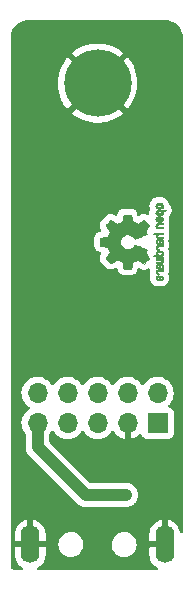
<source format=gbr>
%TF.GenerationSoftware,KiCad,Pcbnew,6.0.11+dfsg-1*%
%TF.CreationDate,2025-01-09T09:17:59-08:00*%
%TF.ProjectId,eUSB,65555342-2e6b-4696-9361-645f70636258,rev?*%
%TF.SameCoordinates,Original*%
%TF.FileFunction,Copper,L2,Bot*%
%TF.FilePolarity,Positive*%
%FSLAX46Y46*%
G04 Gerber Fmt 4.6, Leading zero omitted, Abs format (unit mm)*
G04 Created by KiCad (PCBNEW 6.0.11+dfsg-1) date 2025-01-09 09:17:59*
%MOMM*%
%LPD*%
G01*
G04 APERTURE LIST*
%TA.AperFunction,EtchedComponent*%
%ADD10C,0.010000*%
%TD*%
%TA.AperFunction,ComponentPad*%
%ADD11C,5.700000*%
%TD*%
%TA.AperFunction,ComponentPad*%
%ADD12O,1.700000X1.700000*%
%TD*%
%TA.AperFunction,ComponentPad*%
%ADD13R,1.700000X1.700000*%
%TD*%
%TA.AperFunction,ComponentPad*%
%ADD14O,1.600000X3.200000*%
%TD*%
%TA.AperFunction,ViaPad*%
%ADD15C,0.800000*%
%TD*%
%TA.AperFunction,Conductor*%
%ADD16C,1.000000*%
%TD*%
G04 APERTURE END LIST*
%TO.C,REF\u002A\u002A*%
G36*
X165323513Y-74328863D02*
G01*
X165400662Y-74337055D01*
X165458476Y-74354881D01*
X165502622Y-74384425D01*
X165538768Y-74427775D01*
X165559663Y-74469068D01*
X165571290Y-74538413D01*
X165558577Y-74607664D01*
X165523145Y-74670255D01*
X165466618Y-74719621D01*
X165456195Y-74725582D01*
X165437933Y-74733455D01*
X165414629Y-74739294D01*
X165382285Y-74743401D01*
X165336904Y-74746075D01*
X165274487Y-74747619D01*
X165191037Y-74748333D01*
X165082558Y-74748517D01*
X164745801Y-74748571D01*
X164765562Y-74701400D01*
X164770970Y-74688928D01*
X164783185Y-74669076D01*
X164801682Y-74657713D01*
X164834029Y-74651467D01*
X164887793Y-74646971D01*
X164936066Y-74642865D01*
X164967757Y-74637437D01*
X164979583Y-74629661D01*
X164976412Y-74617943D01*
X164965267Y-74588082D01*
X164962504Y-74534716D01*
X164965037Y-74520624D01*
X165066043Y-74520624D01*
X165069398Y-74571360D01*
X165097307Y-74615413D01*
X165108373Y-74624896D01*
X165129209Y-74636461D01*
X165158306Y-74643148D01*
X165202581Y-74646227D01*
X165268948Y-74646971D01*
X165321777Y-74646628D01*
X165369562Y-74644458D01*
X165400409Y-74639093D01*
X165421135Y-74629183D01*
X165438556Y-74613379D01*
X165441905Y-74609676D01*
X165466619Y-74562101D01*
X165464090Y-74511765D01*
X165434488Y-74464883D01*
X165419153Y-74450923D01*
X165398822Y-74439240D01*
X165370714Y-74432714D01*
X165327750Y-74429876D01*
X165262847Y-74429257D01*
X165213322Y-74429563D01*
X165164982Y-74431678D01*
X165133787Y-74437010D01*
X165112847Y-74446940D01*
X165095273Y-74462850D01*
X165087359Y-74472196D01*
X165066043Y-74520624D01*
X164965037Y-74520624D01*
X164972825Y-74477307D01*
X164995061Y-74427775D01*
X165015643Y-74400524D01*
X165055800Y-74365535D01*
X165107286Y-74343126D01*
X165175768Y-74331210D01*
X165262847Y-74327858D01*
X165266914Y-74327702D01*
X165323513Y-74328863D01*
G37*
D10*
X165323513Y-74328863D02*
X165400662Y-74337055D01*
X165458476Y-74354881D01*
X165502622Y-74384425D01*
X165538768Y-74427775D01*
X165559663Y-74469068D01*
X165571290Y-74538413D01*
X165558577Y-74607664D01*
X165523145Y-74670255D01*
X165466618Y-74719621D01*
X165456195Y-74725582D01*
X165437933Y-74733455D01*
X165414629Y-74739294D01*
X165382285Y-74743401D01*
X165336904Y-74746075D01*
X165274487Y-74747619D01*
X165191037Y-74748333D01*
X165082558Y-74748517D01*
X164745801Y-74748571D01*
X164765562Y-74701400D01*
X164770970Y-74688928D01*
X164783185Y-74669076D01*
X164801682Y-74657713D01*
X164834029Y-74651467D01*
X164887793Y-74646971D01*
X164936066Y-74642865D01*
X164967757Y-74637437D01*
X164979583Y-74629661D01*
X164976412Y-74617943D01*
X164965267Y-74588082D01*
X164962504Y-74534716D01*
X164965037Y-74520624D01*
X165066043Y-74520624D01*
X165069398Y-74571360D01*
X165097307Y-74615413D01*
X165108373Y-74624896D01*
X165129209Y-74636461D01*
X165158306Y-74643148D01*
X165202581Y-74646227D01*
X165268948Y-74646971D01*
X165321777Y-74646628D01*
X165369562Y-74644458D01*
X165400409Y-74639093D01*
X165421135Y-74629183D01*
X165438556Y-74613379D01*
X165441905Y-74609676D01*
X165466619Y-74562101D01*
X165464090Y-74511765D01*
X165434488Y-74464883D01*
X165419153Y-74450923D01*
X165398822Y-74439240D01*
X165370714Y-74432714D01*
X165327750Y-74429876D01*
X165262847Y-74429257D01*
X165213322Y-74429563D01*
X165164982Y-74431678D01*
X165133787Y-74437010D01*
X165112847Y-74446940D01*
X165095273Y-74462850D01*
X165087359Y-74472196D01*
X165066043Y-74520624D01*
X164965037Y-74520624D01*
X164972825Y-74477307D01*
X164995061Y-74427775D01*
X165015643Y-74400524D01*
X165055800Y-74365535D01*
X165107286Y-74343126D01*
X165175768Y-74331210D01*
X165262847Y-74327858D01*
X165266914Y-74327702D01*
X165323513Y-74328863D01*
G36*
X165321278Y-71400716D02*
G01*
X165344587Y-71403322D01*
X165427552Y-71422740D01*
X165490648Y-71457827D01*
X165539008Y-71511188D01*
X165541004Y-71514204D01*
X165569385Y-71582038D01*
X165571911Y-71652865D01*
X165550297Y-71721111D01*
X165506262Y-71781204D01*
X165441522Y-71827571D01*
X165439961Y-71828350D01*
X165399758Y-71843757D01*
X165354066Y-71855043D01*
X165311172Y-71861030D01*
X165279360Y-71860539D01*
X165266914Y-71852393D01*
X165267671Y-71845156D01*
X165281435Y-71810549D01*
X165306746Y-71771322D01*
X165336045Y-71737952D01*
X165361772Y-71720917D01*
X165396671Y-71703208D01*
X165428412Y-71666915D01*
X165441086Y-71624770D01*
X165437421Y-71609323D01*
X165418974Y-71578831D01*
X165393366Y-71552272D01*
X165370134Y-71540914D01*
X165370048Y-71540918D01*
X165359379Y-71553804D01*
X165340133Y-71588159D01*
X165315013Y-71638807D01*
X165286724Y-71700571D01*
X165286574Y-71700911D01*
X165256698Y-71768012D01*
X165235173Y-71812989D01*
X165218637Y-71840255D01*
X165203731Y-71854222D01*
X165187093Y-71859303D01*
X165165362Y-71859910D01*
X165113286Y-71854567D01*
X165042535Y-71828149D01*
X164986935Y-71783927D01*
X164948439Y-71726703D01*
X164928997Y-71661280D01*
X164930110Y-71612246D01*
X165065150Y-71612246D01*
X165067045Y-71654323D01*
X165092832Y-71693395D01*
X165110651Y-71708753D01*
X165124213Y-71712400D01*
X165137149Y-71697609D01*
X165156533Y-71660756D01*
X165157081Y-71659675D01*
X165177787Y-71616195D01*
X165194305Y-71577298D01*
X165201293Y-71552622D01*
X165191953Y-71542724D01*
X165159948Y-71540914D01*
X165120115Y-71548434D01*
X165083917Y-71574503D01*
X165065150Y-71612246D01*
X164930110Y-71612246D01*
X164930559Y-71592463D01*
X164955078Y-71525053D01*
X165004502Y-71463856D01*
X165053412Y-71429950D01*
X165123227Y-71405594D01*
X165159948Y-71401633D01*
X165211255Y-71396101D01*
X165321278Y-71400716D01*
G37*
X165321278Y-71400716D02*
X165344587Y-71403322D01*
X165427552Y-71422740D01*
X165490648Y-71457827D01*
X165539008Y-71511188D01*
X165541004Y-71514204D01*
X165569385Y-71582038D01*
X165571911Y-71652865D01*
X165550297Y-71721111D01*
X165506262Y-71781204D01*
X165441522Y-71827571D01*
X165439961Y-71828350D01*
X165399758Y-71843757D01*
X165354066Y-71855043D01*
X165311172Y-71861030D01*
X165279360Y-71860539D01*
X165266914Y-71852393D01*
X165267671Y-71845156D01*
X165281435Y-71810549D01*
X165306746Y-71771322D01*
X165336045Y-71737952D01*
X165361772Y-71720917D01*
X165396671Y-71703208D01*
X165428412Y-71666915D01*
X165441086Y-71624770D01*
X165437421Y-71609323D01*
X165418974Y-71578831D01*
X165393366Y-71552272D01*
X165370134Y-71540914D01*
X165370048Y-71540918D01*
X165359379Y-71553804D01*
X165340133Y-71588159D01*
X165315013Y-71638807D01*
X165286724Y-71700571D01*
X165286574Y-71700911D01*
X165256698Y-71768012D01*
X165235173Y-71812989D01*
X165218637Y-71840255D01*
X165203731Y-71854222D01*
X165187093Y-71859303D01*
X165165362Y-71859910D01*
X165113286Y-71854567D01*
X165042535Y-71828149D01*
X164986935Y-71783927D01*
X164948439Y-71726703D01*
X164928997Y-71661280D01*
X164930110Y-71612246D01*
X165065150Y-71612246D01*
X165067045Y-71654323D01*
X165092832Y-71693395D01*
X165110651Y-71708753D01*
X165124213Y-71712400D01*
X165137149Y-71697609D01*
X165156533Y-71660756D01*
X165157081Y-71659675D01*
X165177787Y-71616195D01*
X165194305Y-71577298D01*
X165201293Y-71552622D01*
X165191953Y-71542724D01*
X165159948Y-71540914D01*
X165120115Y-71548434D01*
X165083917Y-71574503D01*
X165065150Y-71612246D01*
X164930110Y-71612246D01*
X164930559Y-71592463D01*
X164955078Y-71525053D01*
X165004502Y-71463856D01*
X165053412Y-71429950D01*
X165123227Y-71405594D01*
X165159948Y-71401633D01*
X165211255Y-71396101D01*
X165321278Y-71400716D01*
G36*
X165517134Y-73836406D02*
G01*
X165558148Y-73840236D01*
X165571714Y-73846511D01*
X165567652Y-73865502D01*
X165555344Y-73897762D01*
X165551745Y-73905359D01*
X165543598Y-73917224D01*
X165530204Y-73925406D01*
X165506808Y-73930757D01*
X165468655Y-73934131D01*
X165410990Y-73936381D01*
X165329057Y-73938360D01*
X165305107Y-73938902D01*
X165229466Y-73940997D01*
X165176528Y-73943717D01*
X165141275Y-73947885D01*
X165118687Y-73954321D01*
X165103744Y-73963850D01*
X165091427Y-73977294D01*
X165069834Y-74017095D01*
X165065676Y-74066059D01*
X165082199Y-74109871D01*
X165116410Y-74141392D01*
X165165314Y-74153486D01*
X165178607Y-74153822D01*
X165202672Y-74160428D01*
X165206344Y-74179930D01*
X165192013Y-74218117D01*
X165187417Y-74226962D01*
X165160386Y-74250866D01*
X165120194Y-74251339D01*
X165064609Y-74228564D01*
X165034317Y-74207673D01*
X164991284Y-74154258D01*
X164966955Y-74088326D01*
X164963643Y-74017826D01*
X164983667Y-73950709D01*
X164986203Y-73946127D01*
X165015257Y-73908696D01*
X165052610Y-73875230D01*
X165061052Y-73869393D01*
X165080753Y-73858235D01*
X165104135Y-73850264D01*
X165136267Y-73844782D01*
X165182219Y-73841093D01*
X165247059Y-73838501D01*
X165335857Y-73836308D01*
X165350869Y-73835998D01*
X165448199Y-73835000D01*
X165517134Y-73836406D01*
G37*
X165517134Y-73836406D02*
X165558148Y-73840236D01*
X165571714Y-73846511D01*
X165567652Y-73865502D01*
X165555344Y-73897762D01*
X165551745Y-73905359D01*
X165543598Y-73917224D01*
X165530204Y-73925406D01*
X165506808Y-73930757D01*
X165468655Y-73934131D01*
X165410990Y-73936381D01*
X165329057Y-73938360D01*
X165305107Y-73938902D01*
X165229466Y-73940997D01*
X165176528Y-73943717D01*
X165141275Y-73947885D01*
X165118687Y-73954321D01*
X165103744Y-73963850D01*
X165091427Y-73977294D01*
X165069834Y-74017095D01*
X165065676Y-74066059D01*
X165082199Y-74109871D01*
X165116410Y-74141392D01*
X165165314Y-74153486D01*
X165178607Y-74153822D01*
X165202672Y-74160428D01*
X165206344Y-74179930D01*
X165192013Y-74218117D01*
X165187417Y-74226962D01*
X165160386Y-74250866D01*
X165120194Y-74251339D01*
X165064609Y-74228564D01*
X165034317Y-74207673D01*
X164991284Y-74154258D01*
X164966955Y-74088326D01*
X164963643Y-74017826D01*
X164983667Y-73950709D01*
X164986203Y-73946127D01*
X165015257Y-73908696D01*
X165052610Y-73875230D01*
X165061052Y-73869393D01*
X165080753Y-73858235D01*
X165104135Y-73850264D01*
X165136267Y-73844782D01*
X165182219Y-73841093D01*
X165247059Y-73838501D01*
X165335857Y-73836308D01*
X165350869Y-73835998D01*
X165448199Y-73835000D01*
X165517134Y-73836406D01*
G36*
X165430200Y-70847148D02*
G01*
X165462539Y-70846749D01*
X165570655Y-70845471D01*
X165653386Y-70845215D01*
X165713626Y-70846766D01*
X165754273Y-70850910D01*
X165778223Y-70858436D01*
X165788371Y-70870129D01*
X165787614Y-70886776D01*
X165778848Y-70909164D01*
X165764969Y-70938079D01*
X165762008Y-70944258D01*
X165747511Y-70969987D01*
X165730265Y-70983424D01*
X165701508Y-70988566D01*
X165652483Y-70989410D01*
X165564457Y-70989448D01*
X165564457Y-71080124D01*
X165562015Y-71135902D01*
X165552108Y-71179760D01*
X165532086Y-71216182D01*
X165530129Y-71218897D01*
X165497069Y-71255854D01*
X165457131Y-71281574D01*
X165404857Y-71297794D01*
X165334788Y-71306252D01*
X165241467Y-71308686D01*
X165173369Y-71308147D01*
X165121787Y-71305693D01*
X165086016Y-71300242D01*
X165059215Y-71290714D01*
X165034538Y-71276029D01*
X165015680Y-71262548D01*
X164964768Y-71213601D01*
X164937118Y-71158144D01*
X164928365Y-71088472D01*
X164928976Y-71082891D01*
X165063714Y-71082891D01*
X165065294Y-71100050D01*
X165080966Y-71129740D01*
X165115891Y-71149369D01*
X165173101Y-71160212D01*
X165255630Y-71163543D01*
X165268897Y-71163518D01*
X165328784Y-71162139D01*
X165367932Y-71157713D01*
X165393353Y-71148939D01*
X165412057Y-71134514D01*
X165412950Y-71133616D01*
X165437152Y-71098163D01*
X165434767Y-71063804D01*
X165405460Y-71024997D01*
X165395444Y-71015505D01*
X165374908Y-71001524D01*
X165348197Y-70993640D01*
X165307699Y-70990155D01*
X165245803Y-70989371D01*
X165208330Y-70990050D01*
X165140180Y-70997417D01*
X165095530Y-71014232D01*
X165071126Y-71042166D01*
X165063714Y-71082891D01*
X164928976Y-71082891D01*
X164937090Y-71008736D01*
X164968385Y-70939805D01*
X165023581Y-70885287D01*
X165029424Y-70881177D01*
X165044953Y-70871592D01*
X165062698Y-70864249D01*
X165086490Y-70858788D01*
X165120158Y-70854850D01*
X165167533Y-70852077D01*
X165232445Y-70850108D01*
X165245803Y-70849872D01*
X165318724Y-70848585D01*
X165430200Y-70847148D01*
G37*
X165430200Y-70847148D02*
X165462539Y-70846749D01*
X165570655Y-70845471D01*
X165653386Y-70845215D01*
X165713626Y-70846766D01*
X165754273Y-70850910D01*
X165778223Y-70858436D01*
X165788371Y-70870129D01*
X165787614Y-70886776D01*
X165778848Y-70909164D01*
X165764969Y-70938079D01*
X165762008Y-70944258D01*
X165747511Y-70969987D01*
X165730265Y-70983424D01*
X165701508Y-70988566D01*
X165652483Y-70989410D01*
X165564457Y-70989448D01*
X165564457Y-71080124D01*
X165562015Y-71135902D01*
X165552108Y-71179760D01*
X165532086Y-71216182D01*
X165530129Y-71218897D01*
X165497069Y-71255854D01*
X165457131Y-71281574D01*
X165404857Y-71297794D01*
X165334788Y-71306252D01*
X165241467Y-71308686D01*
X165173369Y-71308147D01*
X165121787Y-71305693D01*
X165086016Y-71300242D01*
X165059215Y-71290714D01*
X165034538Y-71276029D01*
X165015680Y-71262548D01*
X164964768Y-71213601D01*
X164937118Y-71158144D01*
X164928365Y-71088472D01*
X164928976Y-71082891D01*
X165063714Y-71082891D01*
X165065294Y-71100050D01*
X165080966Y-71129740D01*
X165115891Y-71149369D01*
X165173101Y-71160212D01*
X165255630Y-71163543D01*
X165268897Y-71163518D01*
X165328784Y-71162139D01*
X165367932Y-71157713D01*
X165393353Y-71148939D01*
X165412057Y-71134514D01*
X165412950Y-71133616D01*
X165437152Y-71098163D01*
X165434767Y-71063804D01*
X165405460Y-71024997D01*
X165395444Y-71015505D01*
X165374908Y-71001524D01*
X165348197Y-70993640D01*
X165307699Y-70990155D01*
X165245803Y-70989371D01*
X165208330Y-70990050D01*
X165140180Y-70997417D01*
X165095530Y-71014232D01*
X165071126Y-71042166D01*
X165063714Y-71082891D01*
X164928976Y-71082891D01*
X164937090Y-71008736D01*
X164968385Y-70939805D01*
X165023581Y-70885287D01*
X165029424Y-70881177D01*
X165044953Y-70871592D01*
X165062698Y-70864249D01*
X165086490Y-70858788D01*
X165120158Y-70854850D01*
X165167533Y-70852077D01*
X165232445Y-70850108D01*
X165245803Y-70849872D01*
X165318724Y-70848585D01*
X165430200Y-70847148D01*
G36*
X165437183Y-75431656D02*
G01*
X165493045Y-75455976D01*
X165538555Y-75501832D01*
X165557927Y-75538962D01*
X165571492Y-75610689D01*
X165569662Y-75650548D01*
X165559768Y-75687447D01*
X165539006Y-75701603D01*
X165504813Y-75696309D01*
X165500292Y-75694769D01*
X165476316Y-75682558D01*
X165467242Y-75662226D01*
X165467849Y-75623492D01*
X165468674Y-75596143D01*
X165461592Y-75564143D01*
X165440419Y-75542218D01*
X165414352Y-75529730D01*
X165387045Y-75528338D01*
X165386885Y-75528402D01*
X165372130Y-75544593D01*
X165350657Y-75579245D01*
X165326658Y-75624079D01*
X165304325Y-75670818D01*
X165287852Y-75711183D01*
X165281429Y-75736896D01*
X165287718Y-75740721D01*
X165317315Y-75745536D01*
X165365647Y-75748834D01*
X165426572Y-75750057D01*
X165468742Y-75750342D01*
X165521853Y-75751682D01*
X165558225Y-75753872D01*
X165571714Y-75756631D01*
X165567181Y-75771056D01*
X165554870Y-75800174D01*
X165538026Y-75837143D01*
X165321921Y-75837143D01*
X165266527Y-75836907D01*
X165182407Y-75834671D01*
X165120000Y-75828977D01*
X165074558Y-75818497D01*
X165041333Y-75801903D01*
X165015578Y-75777869D01*
X164992544Y-75745067D01*
X164973535Y-75703276D01*
X164962114Y-75626113D01*
X164963420Y-75590905D01*
X164971321Y-75559801D01*
X164991017Y-75530841D01*
X165027684Y-75493569D01*
X165053578Y-75469599D01*
X165087197Y-75444630D01*
X165118706Y-75433369D01*
X165158685Y-75430743D01*
X165224117Y-75430743D01*
X165201042Y-75475365D01*
X165172924Y-75510727D01*
X165135048Y-75534949D01*
X165124751Y-75539109D01*
X165084837Y-75570806D01*
X165064824Y-75614846D01*
X165066772Y-75662869D01*
X165092743Y-75706514D01*
X165113835Y-75724980D01*
X165140819Y-75735737D01*
X165164834Y-75724222D01*
X165188991Y-75688419D01*
X165216399Y-75626310D01*
X165220185Y-75616885D01*
X165244959Y-75560342D01*
X165269389Y-75511820D01*
X165288686Y-75480949D01*
X165323153Y-75450029D01*
X165378157Y-75429473D01*
X165437183Y-75431656D01*
G37*
X165437183Y-75431656D02*
X165493045Y-75455976D01*
X165538555Y-75501832D01*
X165557927Y-75538962D01*
X165571492Y-75610689D01*
X165569662Y-75650548D01*
X165559768Y-75687447D01*
X165539006Y-75701603D01*
X165504813Y-75696309D01*
X165500292Y-75694769D01*
X165476316Y-75682558D01*
X165467242Y-75662226D01*
X165467849Y-75623492D01*
X165468674Y-75596143D01*
X165461592Y-75564143D01*
X165440419Y-75542218D01*
X165414352Y-75529730D01*
X165387045Y-75528338D01*
X165386885Y-75528402D01*
X165372130Y-75544593D01*
X165350657Y-75579245D01*
X165326658Y-75624079D01*
X165304325Y-75670818D01*
X165287852Y-75711183D01*
X165281429Y-75736896D01*
X165287718Y-75740721D01*
X165317315Y-75745536D01*
X165365647Y-75748834D01*
X165426572Y-75750057D01*
X165468742Y-75750342D01*
X165521853Y-75751682D01*
X165558225Y-75753872D01*
X165571714Y-75756631D01*
X165567181Y-75771056D01*
X165554870Y-75800174D01*
X165538026Y-75837143D01*
X165321921Y-75837143D01*
X165266527Y-75836907D01*
X165182407Y-75834671D01*
X165120000Y-75828977D01*
X165074558Y-75818497D01*
X165041333Y-75801903D01*
X165015578Y-75777869D01*
X164992544Y-75745067D01*
X164973535Y-75703276D01*
X164962114Y-75626113D01*
X164963420Y-75590905D01*
X164971321Y-75559801D01*
X164991017Y-75530841D01*
X165027684Y-75493569D01*
X165053578Y-75469599D01*
X165087197Y-75444630D01*
X165118706Y-75433369D01*
X165158685Y-75430743D01*
X165224117Y-75430743D01*
X165201042Y-75475365D01*
X165172924Y-75510727D01*
X165135048Y-75534949D01*
X165124751Y-75539109D01*
X165084837Y-75570806D01*
X165064824Y-75614846D01*
X165066772Y-75662869D01*
X165092743Y-75706514D01*
X165113835Y-75724980D01*
X165140819Y-75735737D01*
X165164834Y-75724222D01*
X165188991Y-75688419D01*
X165216399Y-75626310D01*
X165220185Y-75616885D01*
X165244959Y-75560342D01*
X165269389Y-75511820D01*
X165288686Y-75480949D01*
X165323153Y-75450029D01*
X165378157Y-75429473D01*
X165437183Y-75431656D01*
G36*
X165391227Y-75924398D02*
G01*
X165462915Y-75925247D01*
X165520125Y-75926689D01*
X165558009Y-75928586D01*
X165571714Y-75930803D01*
X165567181Y-75945228D01*
X165554870Y-75974346D01*
X165554472Y-75975219D01*
X165546556Y-75990340D01*
X165535695Y-76000509D01*
X165516671Y-76006709D01*
X165484269Y-76009922D01*
X165433271Y-76011130D01*
X165358461Y-76011314D01*
X165311004Y-76011686D01*
X165221815Y-76015650D01*
X165156487Y-76024727D01*
X165111593Y-76039876D01*
X165083707Y-76062055D01*
X165069403Y-76092225D01*
X165068406Y-76096410D01*
X165067627Y-76152920D01*
X165092944Y-76196990D01*
X165143702Y-76227428D01*
X165158375Y-76232856D01*
X165190849Y-76245229D01*
X165205772Y-76251495D01*
X165203716Y-76264364D01*
X165192557Y-76292467D01*
X165174127Y-76318679D01*
X165139298Y-76330629D01*
X165114351Y-76327064D01*
X165063747Y-76305165D01*
X165016328Y-76269756D01*
X164983534Y-76228348D01*
X164975952Y-76211000D01*
X164963276Y-76145311D01*
X164968297Y-76075571D01*
X164990555Y-76015647D01*
X165007280Y-75990727D01*
X165031243Y-75965490D01*
X165061726Y-75947488D01*
X165103223Y-75935542D01*
X165160232Y-75928470D01*
X165237247Y-75925092D01*
X165338765Y-75924229D01*
X165391227Y-75924398D01*
G37*
X165391227Y-75924398D02*
X165462915Y-75925247D01*
X165520125Y-75926689D01*
X165558009Y-75928586D01*
X165571714Y-75930803D01*
X165567181Y-75945228D01*
X165554870Y-75974346D01*
X165554472Y-75975219D01*
X165546556Y-75990340D01*
X165535695Y-76000509D01*
X165516671Y-76006709D01*
X165484269Y-76009922D01*
X165433271Y-76011130D01*
X165358461Y-76011314D01*
X165311004Y-76011686D01*
X165221815Y-76015650D01*
X165156487Y-76024727D01*
X165111593Y-76039876D01*
X165083707Y-76062055D01*
X165069403Y-76092225D01*
X165068406Y-76096410D01*
X165067627Y-76152920D01*
X165092944Y-76196990D01*
X165143702Y-76227428D01*
X165158375Y-76232856D01*
X165190849Y-76245229D01*
X165205772Y-76251495D01*
X165203716Y-76264364D01*
X165192557Y-76292467D01*
X165174127Y-76318679D01*
X165139298Y-76330629D01*
X165114351Y-76327064D01*
X165063747Y-76305165D01*
X165016328Y-76269756D01*
X164983534Y-76228348D01*
X164975952Y-76211000D01*
X164963276Y-76145311D01*
X164968297Y-76075571D01*
X164990555Y-76015647D01*
X165007280Y-75990727D01*
X165031243Y-75965490D01*
X165061726Y-75947488D01*
X165103223Y-75935542D01*
X165160232Y-75928470D01*
X165237247Y-75925092D01*
X165338765Y-75924229D01*
X165391227Y-75924398D01*
G36*
X165286698Y-72832881D02*
G01*
X165379341Y-72833402D01*
X165457900Y-72834201D01*
X165518639Y-72835228D01*
X165557823Y-72836437D01*
X165571714Y-72837777D01*
X165571668Y-72838301D01*
X165566620Y-72856113D01*
X165555780Y-72888577D01*
X165539846Y-72934286D01*
X165335373Y-72934286D01*
X165255032Y-72934576D01*
X165196762Y-72935926D01*
X165157109Y-72939031D01*
X165130818Y-72944588D01*
X165112636Y-72953293D01*
X165097307Y-72965844D01*
X165089155Y-72974401D01*
X165066575Y-73020672D01*
X165068575Y-73071672D01*
X165095273Y-73118407D01*
X165101898Y-73125211D01*
X165115656Y-73136107D01*
X165133842Y-73143564D01*
X165161377Y-73148231D01*
X165203181Y-73150758D01*
X165264173Y-73151798D01*
X165349273Y-73152000D01*
X165392434Y-73152097D01*
X165463424Y-73152726D01*
X165520276Y-73153844D01*
X165558028Y-73155337D01*
X165571714Y-73157091D01*
X165571668Y-73157615D01*
X165566620Y-73175427D01*
X165555780Y-73207891D01*
X165539846Y-73253600D01*
X165334437Y-73253577D01*
X165316151Y-73253543D01*
X165220826Y-73251622D01*
X165148743Y-73245722D01*
X165095013Y-73234399D01*
X165054749Y-73216213D01*
X165023061Y-73189721D01*
X164995061Y-73153482D01*
X164977533Y-73118137D01*
X164963985Y-73061627D01*
X164963215Y-73006044D01*
X164976395Y-72963314D01*
X164978215Y-72960102D01*
X164978020Y-72950195D01*
X164962772Y-72943425D01*
X164927813Y-72938539D01*
X164868489Y-72934286D01*
X164746747Y-72927029D01*
X164766644Y-72879857D01*
X164786542Y-72832686D01*
X165183709Y-72832686D01*
X165286698Y-72832881D01*
G37*
X165286698Y-72832881D02*
X165379341Y-72833402D01*
X165457900Y-72834201D01*
X165518639Y-72835228D01*
X165557823Y-72836437D01*
X165571714Y-72837777D01*
X165571668Y-72838301D01*
X165566620Y-72856113D01*
X165555780Y-72888577D01*
X165539846Y-72934286D01*
X165335373Y-72934286D01*
X165255032Y-72934576D01*
X165196762Y-72935926D01*
X165157109Y-72939031D01*
X165130818Y-72944588D01*
X165112636Y-72953293D01*
X165097307Y-72965844D01*
X165089155Y-72974401D01*
X165066575Y-73020672D01*
X165068575Y-73071672D01*
X165095273Y-73118407D01*
X165101898Y-73125211D01*
X165115656Y-73136107D01*
X165133842Y-73143564D01*
X165161377Y-73148231D01*
X165203181Y-73150758D01*
X165264173Y-73151798D01*
X165349273Y-73152000D01*
X165392434Y-73152097D01*
X165463424Y-73152726D01*
X165520276Y-73153844D01*
X165558028Y-73155337D01*
X165571714Y-73157091D01*
X165571668Y-73157615D01*
X165566620Y-73175427D01*
X165555780Y-73207891D01*
X165539846Y-73253600D01*
X165334437Y-73253577D01*
X165316151Y-73253543D01*
X165220826Y-73251622D01*
X165148743Y-73245722D01*
X165095013Y-73234399D01*
X165054749Y-73216213D01*
X165023061Y-73189721D01*
X164995061Y-73153482D01*
X164977533Y-73118137D01*
X164963985Y-73061627D01*
X164963215Y-73006044D01*
X164976395Y-72963314D01*
X164978215Y-72960102D01*
X164978020Y-72950195D01*
X164962772Y-72943425D01*
X164927813Y-72938539D01*
X164868489Y-72934286D01*
X164746747Y-72927029D01*
X164766644Y-72879857D01*
X164786542Y-72832686D01*
X165183709Y-72832686D01*
X165286698Y-72832881D01*
G36*
X165528327Y-74881588D02*
G01*
X165538627Y-74892080D01*
X165561520Y-74921145D01*
X165568935Y-74950457D01*
X165565521Y-74994074D01*
X165563314Y-75011832D01*
X165558645Y-75057633D01*
X165556785Y-75089657D01*
X165557069Y-75099156D01*
X165560148Y-75138126D01*
X165565521Y-75185240D01*
X165567368Y-75200315D01*
X165568093Y-75238290D01*
X165556629Y-75266075D01*
X165528327Y-75297726D01*
X165482396Y-75343657D01*
X165222255Y-75343657D01*
X165145380Y-75343299D01*
X165072086Y-75342184D01*
X165014050Y-75340448D01*
X164975863Y-75338233D01*
X164962114Y-75335679D01*
X164962151Y-75335144D01*
X164968993Y-75316592D01*
X164984068Y-75285247D01*
X165006022Y-75242792D01*
X165234440Y-75238796D01*
X165462857Y-75234800D01*
X165462857Y-75147714D01*
X165212486Y-75143743D01*
X165144427Y-75142484D01*
X165071682Y-75140682D01*
X165013930Y-75138729D01*
X164975848Y-75136788D01*
X164962114Y-75135023D01*
X164962162Y-75134515D01*
X164967215Y-75116918D01*
X164978049Y-75084566D01*
X164993983Y-75038857D01*
X165213906Y-75038635D01*
X165252109Y-75038412D01*
X165326346Y-75036869D01*
X165388345Y-75034108D01*
X165432508Y-75030423D01*
X165453241Y-75026108D01*
X165464331Y-75010668D01*
X165467756Y-74979159D01*
X165462857Y-74944514D01*
X165212486Y-74940543D01*
X165148863Y-74939122D01*
X165073556Y-74936175D01*
X165014486Y-74932321D01*
X164975918Y-74927858D01*
X164962114Y-74923083D01*
X164966482Y-74904459D01*
X164978958Y-74872626D01*
X164995802Y-74835657D01*
X165482396Y-74835657D01*
X165528327Y-74881588D01*
G37*
X165528327Y-74881588D02*
X165538627Y-74892080D01*
X165561520Y-74921145D01*
X165568935Y-74950457D01*
X165565521Y-74994074D01*
X165563314Y-75011832D01*
X165558645Y-75057633D01*
X165556785Y-75089657D01*
X165557069Y-75099156D01*
X165560148Y-75138126D01*
X165565521Y-75185240D01*
X165567368Y-75200315D01*
X165568093Y-75238290D01*
X165556629Y-75266075D01*
X165528327Y-75297726D01*
X165482396Y-75343657D01*
X165222255Y-75343657D01*
X165145380Y-75343299D01*
X165072086Y-75342184D01*
X165014050Y-75340448D01*
X164975863Y-75338233D01*
X164962114Y-75335679D01*
X164962151Y-75335144D01*
X164968993Y-75316592D01*
X164984068Y-75285247D01*
X165006022Y-75242792D01*
X165234440Y-75238796D01*
X165462857Y-75234800D01*
X165462857Y-75147714D01*
X165212486Y-75143743D01*
X165144427Y-75142484D01*
X165071682Y-75140682D01*
X165013930Y-75138729D01*
X164975848Y-75136788D01*
X164962114Y-75135023D01*
X164962162Y-75134515D01*
X164967215Y-75116918D01*
X164978049Y-75084566D01*
X164993983Y-75038857D01*
X165213906Y-75038635D01*
X165252109Y-75038412D01*
X165326346Y-75036869D01*
X165388345Y-75034108D01*
X165432508Y-75030423D01*
X165453241Y-75026108D01*
X165464331Y-75010668D01*
X165467756Y-74979159D01*
X165462857Y-74944514D01*
X165212486Y-74940543D01*
X165148863Y-74939122D01*
X165073556Y-74936175D01*
X165014486Y-74932321D01*
X164975918Y-74927858D01*
X164962114Y-74923083D01*
X164966482Y-74904459D01*
X164978958Y-74872626D01*
X164995802Y-74835657D01*
X165482396Y-74835657D01*
X165528327Y-74881588D01*
G36*
X165308505Y-76418093D02*
G01*
X165384721Y-76421638D01*
X165440494Y-76430917D01*
X165481813Y-76448025D01*
X165514667Y-76475056D01*
X165545046Y-76514108D01*
X165558860Y-76538955D01*
X165568165Y-76578785D01*
X165567430Y-76634735D01*
X165564483Y-76666015D01*
X165555483Y-76703747D01*
X165535920Y-76733906D01*
X165499467Y-76768992D01*
X165494143Y-76773680D01*
X165453169Y-76805223D01*
X165417483Y-76820272D01*
X165375166Y-76824114D01*
X165312979Y-76824114D01*
X165329382Y-76780658D01*
X165348556Y-76748976D01*
X165393547Y-76721438D01*
X165407952Y-76715689D01*
X165448746Y-76683545D01*
X165469281Y-76639789D01*
X165467435Y-76592146D01*
X165441086Y-76548343D01*
X165424655Y-76533289D01*
X165399867Y-76519637D01*
X165377344Y-76523907D01*
X165354164Y-76548484D01*
X165327402Y-76595749D01*
X165294134Y-76668086D01*
X165229016Y-76816857D01*
X165164508Y-76820805D01*
X165116264Y-76819062D01*
X165055296Y-76797119D01*
X165021697Y-76769421D01*
X164984166Y-76711995D01*
X164965206Y-76643873D01*
X164965335Y-76637810D01*
X165063564Y-76637810D01*
X165086309Y-76690256D01*
X165097681Y-76704791D01*
X165123420Y-76722390D01*
X165148857Y-76715032D01*
X165176014Y-76681552D01*
X165206914Y-76620786D01*
X165211390Y-76610731D01*
X165232217Y-76562649D01*
X165246865Y-76526674D01*
X165252400Y-76509956D01*
X165248326Y-76507423D01*
X165223447Y-76506407D01*
X165183457Y-76510031D01*
X165144352Y-76519158D01*
X165095084Y-76547627D01*
X165067322Y-76588722D01*
X165063564Y-76637810D01*
X164965335Y-76637810D01*
X164966707Y-76573453D01*
X164990555Y-76509133D01*
X164999713Y-76494974D01*
X165028049Y-76462496D01*
X165063895Y-76440284D01*
X165112584Y-76426596D01*
X165179449Y-76419685D01*
X165223447Y-76418772D01*
X165269822Y-76417810D01*
X165308505Y-76418093D01*
G37*
X165308505Y-76418093D02*
X165384721Y-76421638D01*
X165440494Y-76430917D01*
X165481813Y-76448025D01*
X165514667Y-76475056D01*
X165545046Y-76514108D01*
X165558860Y-76538955D01*
X165568165Y-76578785D01*
X165567430Y-76634735D01*
X165564483Y-76666015D01*
X165555483Y-76703747D01*
X165535920Y-76733906D01*
X165499467Y-76768992D01*
X165494143Y-76773680D01*
X165453169Y-76805223D01*
X165417483Y-76820272D01*
X165375166Y-76824114D01*
X165312979Y-76824114D01*
X165329382Y-76780658D01*
X165348556Y-76748976D01*
X165393547Y-76721438D01*
X165407952Y-76715689D01*
X165448746Y-76683545D01*
X165469281Y-76639789D01*
X165467435Y-76592146D01*
X165441086Y-76548343D01*
X165424655Y-76533289D01*
X165399867Y-76519637D01*
X165377344Y-76523907D01*
X165354164Y-76548484D01*
X165327402Y-76595749D01*
X165294134Y-76668086D01*
X165229016Y-76816857D01*
X165164508Y-76820805D01*
X165116264Y-76819062D01*
X165055296Y-76797119D01*
X165021697Y-76769421D01*
X164984166Y-76711995D01*
X164965206Y-76643873D01*
X164965335Y-76637810D01*
X165063564Y-76637810D01*
X165086309Y-76690256D01*
X165097681Y-76704791D01*
X165123420Y-76722390D01*
X165148857Y-76715032D01*
X165176014Y-76681552D01*
X165206914Y-76620786D01*
X165211390Y-76610731D01*
X165232217Y-76562649D01*
X165246865Y-76526674D01*
X165252400Y-76509956D01*
X165248326Y-76507423D01*
X165223447Y-76506407D01*
X165183457Y-76510031D01*
X165144352Y-76519158D01*
X165095084Y-76547627D01*
X165067322Y-76588722D01*
X165063564Y-76637810D01*
X164965335Y-76637810D01*
X164966707Y-76573453D01*
X164990555Y-76509133D01*
X164999713Y-76494974D01*
X165028049Y-76462496D01*
X165063895Y-76440284D01*
X165112584Y-76426596D01*
X165179449Y-76419685D01*
X165223447Y-76418772D01*
X165269822Y-76417810D01*
X165308505Y-76418093D01*
G36*
X162885039Y-71341343D02*
G01*
X162886842Y-71350560D01*
X162896180Y-71399509D01*
X162908869Y-71467195D01*
X162923473Y-71545922D01*
X162938555Y-71628000D01*
X162944622Y-71660322D01*
X162959381Y-71732545D01*
X162973337Y-71792734D01*
X162985152Y-71835360D01*
X162993487Y-71854890D01*
X163007105Y-71863740D01*
X163043138Y-71879852D01*
X163089772Y-71896335D01*
X163107234Y-71902137D01*
X163164558Y-71923494D01*
X163232401Y-71951041D01*
X163299555Y-71980293D01*
X163334630Y-71995937D01*
X163387022Y-72018226D01*
X163426258Y-72033543D01*
X163445763Y-72039238D01*
X163447236Y-72038922D01*
X163467929Y-72028119D01*
X163507865Y-72003762D01*
X163563172Y-71968319D01*
X163629981Y-71924264D01*
X163704420Y-71874068D01*
X163946823Y-71708899D01*
X164164183Y-71925897D01*
X164185099Y-71946884D01*
X164247705Y-72011058D01*
X164301695Y-72068410D01*
X164344026Y-72115580D01*
X164371657Y-72149208D01*
X164381543Y-72165933D01*
X164374021Y-72184097D01*
X164352427Y-72222135D01*
X164319351Y-72275674D01*
X164277391Y-72340516D01*
X164229143Y-72412460D01*
X164181491Y-72483125D01*
X164139528Y-72546874D01*
X164106365Y-72598887D01*
X164084578Y-72635121D01*
X164076743Y-72651533D01*
X164076814Y-72652495D01*
X164084538Y-72674297D01*
X164102523Y-72712960D01*
X164127213Y-72760788D01*
X164127484Y-72761290D01*
X164159299Y-72824813D01*
X164174842Y-72868340D01*
X164174885Y-72895348D01*
X164160200Y-72909310D01*
X164145744Y-72915220D01*
X164107031Y-72931171D01*
X164047516Y-72955740D01*
X163970365Y-72987621D01*
X163878741Y-73025507D01*
X163775807Y-73068090D01*
X163664726Y-73114063D01*
X163563672Y-73155733D01*
X163459980Y-73198132D01*
X163367319Y-73235644D01*
X163288842Y-73267012D01*
X163227700Y-73290975D01*
X163187043Y-73306277D01*
X163170025Y-73311657D01*
X163154419Y-73301382D01*
X163128362Y-73272837D01*
X163098087Y-73232429D01*
X163018884Y-73135421D01*
X162917675Y-73048607D01*
X162806316Y-72985078D01*
X162688093Y-72945223D01*
X162566295Y-72929435D01*
X162444210Y-72938104D01*
X162325125Y-72971622D01*
X162212329Y-73030379D01*
X162109111Y-73114768D01*
X162068913Y-73158769D01*
X161997838Y-73264189D01*
X161951501Y-73376990D01*
X161928799Y-73493875D01*
X161928628Y-73611547D01*
X161949887Y-73726710D01*
X161991470Y-73836065D01*
X162052276Y-73936317D01*
X162131201Y-74024167D01*
X162227141Y-74096320D01*
X162338995Y-74149478D01*
X162465657Y-74180343D01*
X162526707Y-74186008D01*
X162658976Y-74178215D01*
X162784466Y-74143116D01*
X162900959Y-74081751D01*
X163006239Y-73995157D01*
X163098087Y-73884371D01*
X163127130Y-73845469D01*
X163153472Y-73816296D01*
X163170000Y-73805143D01*
X163184409Y-73809590D01*
X163223015Y-73824022D01*
X163282401Y-73847227D01*
X163359415Y-73877948D01*
X163450903Y-73914926D01*
X163553716Y-73956904D01*
X163664702Y-74002622D01*
X163765272Y-74044222D01*
X163869147Y-74087178D01*
X163962019Y-74125571D01*
X164040725Y-74158095D01*
X164102099Y-74183442D01*
X164142979Y-74200305D01*
X164160200Y-74207375D01*
X164160404Y-74207457D01*
X164174945Y-74221602D01*
X164174779Y-74248741D01*
X164159127Y-74292377D01*
X164127213Y-74356012D01*
X164124526Y-74361021D01*
X164100350Y-74408275D01*
X164083237Y-74445589D01*
X164076743Y-74465267D01*
X164084418Y-74481395D01*
X164106071Y-74517441D01*
X164139128Y-74569308D01*
X164181010Y-74632955D01*
X164229143Y-74704340D01*
X164276331Y-74774676D01*
X164318467Y-74839730D01*
X164351778Y-74893580D01*
X164373669Y-74932026D01*
X164381543Y-74950866D01*
X164380543Y-74954075D01*
X164364784Y-74976446D01*
X164332233Y-75014667D01*
X164285933Y-75065379D01*
X164228926Y-75125219D01*
X164164258Y-75190829D01*
X163946972Y-75407752D01*
X163698453Y-75238799D01*
X163449933Y-75069847D01*
X163338795Y-75121217D01*
X163338466Y-75121369D01*
X163267618Y-75152217D01*
X163188723Y-75183739D01*
X163118800Y-75209134D01*
X163107522Y-75212977D01*
X163055167Y-75232353D01*
X163014483Y-75249826D01*
X162993487Y-75262012D01*
X162990522Y-75266974D01*
X162980575Y-75296766D01*
X162967705Y-75347353D01*
X162953253Y-75413206D01*
X162938555Y-75488800D01*
X162934410Y-75511443D01*
X162919316Y-75593362D01*
X162905099Y-75669800D01*
X162893195Y-75733063D01*
X162885039Y-75775457D01*
X162869999Y-75851657D01*
X162552692Y-75851657D01*
X162513676Y-75851640D01*
X162418492Y-75851318D01*
X162347455Y-75850367D01*
X162296934Y-75848504D01*
X162263298Y-75845445D01*
X162242918Y-75840906D01*
X162232162Y-75834605D01*
X162227399Y-75826257D01*
X162225470Y-75818176D01*
X162218645Y-75785228D01*
X162208222Y-75732664D01*
X162195218Y-75665831D01*
X162180649Y-75590072D01*
X162165533Y-75510735D01*
X162150885Y-75433163D01*
X162137723Y-75362702D01*
X162127063Y-75304698D01*
X162119921Y-75264496D01*
X162117314Y-75247441D01*
X162115741Y-75246288D01*
X162095319Y-75237015D01*
X162056245Y-75220968D01*
X162004829Y-75200765D01*
X161935553Y-75172728D01*
X161855490Y-75138214D01*
X161784928Y-75105862D01*
X161769089Y-75098448D01*
X161719493Y-75077645D01*
X161681238Y-75065181D01*
X161661556Y-75063537D01*
X161660162Y-75064385D01*
X161639620Y-75077852D01*
X161599716Y-75104550D01*
X161544340Y-75141861D01*
X161477377Y-75187166D01*
X161402717Y-75237848D01*
X161317892Y-75294955D01*
X161252000Y-75337793D01*
X161203678Y-75366940D01*
X161169933Y-75384083D01*
X161147772Y-75390905D01*
X161134202Y-75389094D01*
X161133184Y-75388485D01*
X161113410Y-75372103D01*
X161077375Y-75338705D01*
X161028651Y-75291729D01*
X160970812Y-75234614D01*
X160907427Y-75170797D01*
X160843105Y-75104598D01*
X160782647Y-75039752D01*
X160741855Y-74992101D01*
X160719684Y-74960410D01*
X160715089Y-74943442D01*
X160716121Y-74941225D01*
X160730037Y-74917876D01*
X160757230Y-74875488D01*
X160795089Y-74818031D01*
X160841003Y-74749477D01*
X160892360Y-74673799D01*
X161060826Y-74427102D01*
X161010262Y-74315694D01*
X161008797Y-74312457D01*
X160979165Y-74244057D01*
X160949693Y-74171493D01*
X160926558Y-74109943D01*
X160926462Y-74109671D01*
X160908567Y-74060805D01*
X160893453Y-74023188D01*
X160884384Y-74004943D01*
X160884055Y-74004648D01*
X160865482Y-73998454D01*
X160823245Y-73988261D01*
X160761896Y-73975052D01*
X160685989Y-73959810D01*
X160600075Y-73943519D01*
X160596996Y-73942951D01*
X160509328Y-73926687D01*
X160429941Y-73911792D01*
X160363901Y-73899229D01*
X160316279Y-73889962D01*
X160292143Y-73884956D01*
X160290805Y-73884636D01*
X160280473Y-73881340D01*
X160272706Y-73874662D01*
X160267140Y-73860938D01*
X160263407Y-73836505D01*
X160261142Y-73797698D01*
X160259978Y-73740854D01*
X160259548Y-73662310D01*
X160259486Y-73558400D01*
X160259486Y-73545344D01*
X160259571Y-73444467D01*
X160260065Y-73368544D01*
X160261335Y-73313909D01*
X160263747Y-73276900D01*
X160267667Y-73253853D01*
X160273462Y-73241104D01*
X160281499Y-73234989D01*
X160292143Y-73231844D01*
X160292525Y-73231754D01*
X160317547Y-73226586D01*
X160365881Y-73217191D01*
X160432460Y-73204533D01*
X160512214Y-73189575D01*
X160600075Y-73173281D01*
X160607264Y-73171952D01*
X160692540Y-73155709D01*
X160767442Y-73140595D01*
X160827419Y-73127592D01*
X160867917Y-73117685D01*
X160884384Y-73111856D01*
X160884410Y-73111825D01*
X160893520Y-73093457D01*
X160908657Y-73055760D01*
X160926558Y-73006857D01*
X160927530Y-73004103D01*
X160951159Y-72941583D01*
X160980795Y-72868857D01*
X161010262Y-72801106D01*
X161060826Y-72689697D01*
X160892360Y-72443001D01*
X160880511Y-72425625D01*
X160830147Y-72351198D01*
X160785812Y-72284786D01*
X160750116Y-72230361D01*
X160725671Y-72191894D01*
X160715089Y-72173358D01*
X160717515Y-72160657D01*
X160736310Y-72131821D01*
X160773530Y-72087257D01*
X160830220Y-72025730D01*
X160907427Y-71946002D01*
X160914455Y-71938868D01*
X160977422Y-71875604D01*
X161034468Y-71819410D01*
X161082017Y-71773723D01*
X161116497Y-71741986D01*
X161134331Y-71727636D01*
X161134417Y-71727590D01*
X161147995Y-71725767D01*
X161170020Y-71732490D01*
X161203504Y-71749454D01*
X161251461Y-71778356D01*
X161316904Y-71820892D01*
X161402845Y-71878756D01*
X161417351Y-71888617D01*
X161490835Y-71938487D01*
X161555887Y-71982495D01*
X161608617Y-72018020D01*
X161645136Y-72042441D01*
X161661556Y-72053136D01*
X161665034Y-72053942D01*
X161690985Y-72048882D01*
X161733359Y-72033723D01*
X161784928Y-72010937D01*
X161852370Y-71979971D01*
X161932395Y-71945396D01*
X162004829Y-71916034D01*
X162023577Y-71908755D01*
X162071446Y-71889690D01*
X162104796Y-71875685D01*
X162117314Y-71869359D01*
X162118250Y-71862375D01*
X162123661Y-71830987D01*
X162133006Y-71779613D01*
X162145269Y-71713598D01*
X162159432Y-71638287D01*
X162174480Y-71559025D01*
X162189395Y-71481157D01*
X162203161Y-71410030D01*
X162214762Y-71350988D01*
X162223180Y-71309378D01*
X162227399Y-71290543D01*
X162228589Y-71287420D01*
X162235005Y-71279809D01*
X162248665Y-71274146D01*
X162273199Y-71270149D01*
X162312238Y-71267534D01*
X162369413Y-71266016D01*
X162448354Y-71265314D01*
X162552692Y-71265143D01*
X162869999Y-71265143D01*
X162885039Y-71341343D01*
G37*
X162885039Y-71341343D02*
X162886842Y-71350560D01*
X162896180Y-71399509D01*
X162908869Y-71467195D01*
X162923473Y-71545922D01*
X162938555Y-71628000D01*
X162944622Y-71660322D01*
X162959381Y-71732545D01*
X162973337Y-71792734D01*
X162985152Y-71835360D01*
X162993487Y-71854890D01*
X163007105Y-71863740D01*
X163043138Y-71879852D01*
X163089772Y-71896335D01*
X163107234Y-71902137D01*
X163164558Y-71923494D01*
X163232401Y-71951041D01*
X163299555Y-71980293D01*
X163334630Y-71995937D01*
X163387022Y-72018226D01*
X163426258Y-72033543D01*
X163445763Y-72039238D01*
X163447236Y-72038922D01*
X163467929Y-72028119D01*
X163507865Y-72003762D01*
X163563172Y-71968319D01*
X163629981Y-71924264D01*
X163704420Y-71874068D01*
X163946823Y-71708899D01*
X164164183Y-71925897D01*
X164185099Y-71946884D01*
X164247705Y-72011058D01*
X164301695Y-72068410D01*
X164344026Y-72115580D01*
X164371657Y-72149208D01*
X164381543Y-72165933D01*
X164374021Y-72184097D01*
X164352427Y-72222135D01*
X164319351Y-72275674D01*
X164277391Y-72340516D01*
X164229143Y-72412460D01*
X164181491Y-72483125D01*
X164139528Y-72546874D01*
X164106365Y-72598887D01*
X164084578Y-72635121D01*
X164076743Y-72651533D01*
X164076814Y-72652495D01*
X164084538Y-72674297D01*
X164102523Y-72712960D01*
X164127213Y-72760788D01*
X164127484Y-72761290D01*
X164159299Y-72824813D01*
X164174842Y-72868340D01*
X164174885Y-72895348D01*
X164160200Y-72909310D01*
X164145744Y-72915220D01*
X164107031Y-72931171D01*
X164047516Y-72955740D01*
X163970365Y-72987621D01*
X163878741Y-73025507D01*
X163775807Y-73068090D01*
X163664726Y-73114063D01*
X163563672Y-73155733D01*
X163459980Y-73198132D01*
X163367319Y-73235644D01*
X163288842Y-73267012D01*
X163227700Y-73290975D01*
X163187043Y-73306277D01*
X163170025Y-73311657D01*
X163154419Y-73301382D01*
X163128362Y-73272837D01*
X163098087Y-73232429D01*
X163018884Y-73135421D01*
X162917675Y-73048607D01*
X162806316Y-72985078D01*
X162688093Y-72945223D01*
X162566295Y-72929435D01*
X162444210Y-72938104D01*
X162325125Y-72971622D01*
X162212329Y-73030379D01*
X162109111Y-73114768D01*
X162068913Y-73158769D01*
X161997838Y-73264189D01*
X161951501Y-73376990D01*
X161928799Y-73493875D01*
X161928628Y-73611547D01*
X161949887Y-73726710D01*
X161991470Y-73836065D01*
X162052276Y-73936317D01*
X162131201Y-74024167D01*
X162227141Y-74096320D01*
X162338995Y-74149478D01*
X162465657Y-74180343D01*
X162526707Y-74186008D01*
X162658976Y-74178215D01*
X162784466Y-74143116D01*
X162900959Y-74081751D01*
X163006239Y-73995157D01*
X163098087Y-73884371D01*
X163127130Y-73845469D01*
X163153472Y-73816296D01*
X163170000Y-73805143D01*
X163184409Y-73809590D01*
X163223015Y-73824022D01*
X163282401Y-73847227D01*
X163359415Y-73877948D01*
X163450903Y-73914926D01*
X163553716Y-73956904D01*
X163664702Y-74002622D01*
X163765272Y-74044222D01*
X163869147Y-74087178D01*
X163962019Y-74125571D01*
X164040725Y-74158095D01*
X164102099Y-74183442D01*
X164142979Y-74200305D01*
X164160200Y-74207375D01*
X164160404Y-74207457D01*
X164174945Y-74221602D01*
X164174779Y-74248741D01*
X164159127Y-74292377D01*
X164127213Y-74356012D01*
X164124526Y-74361021D01*
X164100350Y-74408275D01*
X164083237Y-74445589D01*
X164076743Y-74465267D01*
X164084418Y-74481395D01*
X164106071Y-74517441D01*
X164139128Y-74569308D01*
X164181010Y-74632955D01*
X164229143Y-74704340D01*
X164276331Y-74774676D01*
X164318467Y-74839730D01*
X164351778Y-74893580D01*
X164373669Y-74932026D01*
X164381543Y-74950866D01*
X164380543Y-74954075D01*
X164364784Y-74976446D01*
X164332233Y-75014667D01*
X164285933Y-75065379D01*
X164228926Y-75125219D01*
X164164258Y-75190829D01*
X163946972Y-75407752D01*
X163698453Y-75238799D01*
X163449933Y-75069847D01*
X163338795Y-75121217D01*
X163338466Y-75121369D01*
X163267618Y-75152217D01*
X163188723Y-75183739D01*
X163118800Y-75209134D01*
X163107522Y-75212977D01*
X163055167Y-75232353D01*
X163014483Y-75249826D01*
X162993487Y-75262012D01*
X162990522Y-75266974D01*
X162980575Y-75296766D01*
X162967705Y-75347353D01*
X162953253Y-75413206D01*
X162938555Y-75488800D01*
X162934410Y-75511443D01*
X162919316Y-75593362D01*
X162905099Y-75669800D01*
X162893195Y-75733063D01*
X162885039Y-75775457D01*
X162869999Y-75851657D01*
X162552692Y-75851657D01*
X162513676Y-75851640D01*
X162418492Y-75851318D01*
X162347455Y-75850367D01*
X162296934Y-75848504D01*
X162263298Y-75845445D01*
X162242918Y-75840906D01*
X162232162Y-75834605D01*
X162227399Y-75826257D01*
X162225470Y-75818176D01*
X162218645Y-75785228D01*
X162208222Y-75732664D01*
X162195218Y-75665831D01*
X162180649Y-75590072D01*
X162165533Y-75510735D01*
X162150885Y-75433163D01*
X162137723Y-75362702D01*
X162127063Y-75304698D01*
X162119921Y-75264496D01*
X162117314Y-75247441D01*
X162115741Y-75246288D01*
X162095319Y-75237015D01*
X162056245Y-75220968D01*
X162004829Y-75200765D01*
X161935553Y-75172728D01*
X161855490Y-75138214D01*
X161784928Y-75105862D01*
X161769089Y-75098448D01*
X161719493Y-75077645D01*
X161681238Y-75065181D01*
X161661556Y-75063537D01*
X161660162Y-75064385D01*
X161639620Y-75077852D01*
X161599716Y-75104550D01*
X161544340Y-75141861D01*
X161477377Y-75187166D01*
X161402717Y-75237848D01*
X161317892Y-75294955D01*
X161252000Y-75337793D01*
X161203678Y-75366940D01*
X161169933Y-75384083D01*
X161147772Y-75390905D01*
X161134202Y-75389094D01*
X161133184Y-75388485D01*
X161113410Y-75372103D01*
X161077375Y-75338705D01*
X161028651Y-75291729D01*
X160970812Y-75234614D01*
X160907427Y-75170797D01*
X160843105Y-75104598D01*
X160782647Y-75039752D01*
X160741855Y-74992101D01*
X160719684Y-74960410D01*
X160715089Y-74943442D01*
X160716121Y-74941225D01*
X160730037Y-74917876D01*
X160757230Y-74875488D01*
X160795089Y-74818031D01*
X160841003Y-74749477D01*
X160892360Y-74673799D01*
X161060826Y-74427102D01*
X161010262Y-74315694D01*
X161008797Y-74312457D01*
X160979165Y-74244057D01*
X160949693Y-74171493D01*
X160926558Y-74109943D01*
X160926462Y-74109671D01*
X160908567Y-74060805D01*
X160893453Y-74023188D01*
X160884384Y-74004943D01*
X160884055Y-74004648D01*
X160865482Y-73998454D01*
X160823245Y-73988261D01*
X160761896Y-73975052D01*
X160685989Y-73959810D01*
X160600075Y-73943519D01*
X160596996Y-73942951D01*
X160509328Y-73926687D01*
X160429941Y-73911792D01*
X160363901Y-73899229D01*
X160316279Y-73889962D01*
X160292143Y-73884956D01*
X160290805Y-73884636D01*
X160280473Y-73881340D01*
X160272706Y-73874662D01*
X160267140Y-73860938D01*
X160263407Y-73836505D01*
X160261142Y-73797698D01*
X160259978Y-73740854D01*
X160259548Y-73662310D01*
X160259486Y-73558400D01*
X160259486Y-73545344D01*
X160259571Y-73444467D01*
X160260065Y-73368544D01*
X160261335Y-73313909D01*
X160263747Y-73276900D01*
X160267667Y-73253853D01*
X160273462Y-73241104D01*
X160281499Y-73234989D01*
X160292143Y-73231844D01*
X160292525Y-73231754D01*
X160317547Y-73226586D01*
X160365881Y-73217191D01*
X160432460Y-73204533D01*
X160512214Y-73189575D01*
X160600075Y-73173281D01*
X160607264Y-73171952D01*
X160692540Y-73155709D01*
X160767442Y-73140595D01*
X160827419Y-73127592D01*
X160867917Y-73117685D01*
X160884384Y-73111856D01*
X160884410Y-73111825D01*
X160893520Y-73093457D01*
X160908657Y-73055760D01*
X160926558Y-73006857D01*
X160927530Y-73004103D01*
X160951159Y-72941583D01*
X160980795Y-72868857D01*
X161010262Y-72801106D01*
X161060826Y-72689697D01*
X160892360Y-72443001D01*
X160880511Y-72425625D01*
X160830147Y-72351198D01*
X160785812Y-72284786D01*
X160750116Y-72230361D01*
X160725671Y-72191894D01*
X160715089Y-72173358D01*
X160717515Y-72160657D01*
X160736310Y-72131821D01*
X160773530Y-72087257D01*
X160830220Y-72025730D01*
X160907427Y-71946002D01*
X160914455Y-71938868D01*
X160977422Y-71875604D01*
X161034468Y-71819410D01*
X161082017Y-71773723D01*
X161116497Y-71741986D01*
X161134331Y-71727636D01*
X161134417Y-71727590D01*
X161147995Y-71725767D01*
X161170020Y-71732490D01*
X161203504Y-71749454D01*
X161251461Y-71778356D01*
X161316904Y-71820892D01*
X161402845Y-71878756D01*
X161417351Y-71888617D01*
X161490835Y-71938487D01*
X161555887Y-71982495D01*
X161608617Y-72018020D01*
X161645136Y-72042441D01*
X161661556Y-72053136D01*
X161665034Y-72053942D01*
X161690985Y-72048882D01*
X161733359Y-72033723D01*
X161784928Y-72010937D01*
X161852370Y-71979971D01*
X161932395Y-71945396D01*
X162004829Y-71916034D01*
X162023577Y-71908755D01*
X162071446Y-71889690D01*
X162104796Y-71875685D01*
X162117314Y-71869359D01*
X162118250Y-71862375D01*
X162123661Y-71830987D01*
X162133006Y-71779613D01*
X162145269Y-71713598D01*
X162159432Y-71638287D01*
X162174480Y-71559025D01*
X162189395Y-71481157D01*
X162203161Y-71410030D01*
X162214762Y-71350988D01*
X162223180Y-71309378D01*
X162227399Y-71290543D01*
X162228589Y-71287420D01*
X162235005Y-71279809D01*
X162248665Y-71274146D01*
X162273199Y-71270149D01*
X162312238Y-71267534D01*
X162369413Y-71266016D01*
X162448354Y-71265314D01*
X162552692Y-71265143D01*
X162869999Y-71265143D01*
X162885039Y-71341343D01*
G36*
X165202328Y-73387401D02*
G01*
X165182508Y-73419708D01*
X165141360Y-73445169D01*
X165132875Y-73447784D01*
X165089651Y-73475922D01*
X165066303Y-73518333D01*
X165065300Y-73567030D01*
X165089114Y-73614027D01*
X165095256Y-73621043D01*
X165121945Y-73644507D01*
X165145214Y-73648381D01*
X165168062Y-73630632D01*
X165193487Y-73589221D01*
X165224488Y-73522114D01*
X165226452Y-73517576D01*
X165261190Y-73443078D01*
X165291963Y-73392197D01*
X165322688Y-73360875D01*
X165357282Y-73345057D01*
X165399662Y-73340686D01*
X165446646Y-73346414D01*
X165506785Y-73375338D01*
X165549988Y-73426222D01*
X165562959Y-73463026D01*
X165570056Y-73514966D01*
X165568540Y-73565401D01*
X165557832Y-73601417D01*
X165555166Y-73605242D01*
X165536537Y-73615402D01*
X165503705Y-73608352D01*
X165477935Y-73596103D01*
X165467206Y-73576461D01*
X165467739Y-73539209D01*
X165464662Y-73487492D01*
X165443412Y-73453699D01*
X165404077Y-73442286D01*
X165402947Y-73442296D01*
X165380113Y-73449213D01*
X165359163Y-73472741D01*
X165335015Y-73518486D01*
X165305941Y-73580696D01*
X165290125Y-73621901D01*
X165291144Y-73645688D01*
X165312037Y-73656803D01*
X165355841Y-73659992D01*
X165425593Y-73660000D01*
X165468652Y-73660356D01*
X165521826Y-73661987D01*
X165558222Y-73664639D01*
X165571714Y-73667978D01*
X165571623Y-73668870D01*
X165564310Y-73688163D01*
X165548878Y-73720116D01*
X165526042Y-73764276D01*
X165320278Y-73759029D01*
X165306632Y-73758664D01*
X165210851Y-73754496D01*
X165138662Y-73747132D01*
X165085258Y-73735070D01*
X165045833Y-73716807D01*
X165015580Y-73690840D01*
X164989693Y-73655667D01*
X164989287Y-73655016D01*
X164968168Y-73598144D01*
X164964600Y-73532367D01*
X164977769Y-73468917D01*
X165006861Y-73419024D01*
X165029527Y-73397075D01*
X165097282Y-73354896D01*
X165171150Y-73340686D01*
X165221970Y-73340686D01*
X165202328Y-73387401D01*
G37*
X165202328Y-73387401D02*
X165182508Y-73419708D01*
X165141360Y-73445169D01*
X165132875Y-73447784D01*
X165089651Y-73475922D01*
X165066303Y-73518333D01*
X165065300Y-73567030D01*
X165089114Y-73614027D01*
X165095256Y-73621043D01*
X165121945Y-73644507D01*
X165145214Y-73648381D01*
X165168062Y-73630632D01*
X165193487Y-73589221D01*
X165224488Y-73522114D01*
X165226452Y-73517576D01*
X165261190Y-73443078D01*
X165291963Y-73392197D01*
X165322688Y-73360875D01*
X165357282Y-73345057D01*
X165399662Y-73340686D01*
X165446646Y-73346414D01*
X165506785Y-73375338D01*
X165549988Y-73426222D01*
X165562959Y-73463026D01*
X165570056Y-73514966D01*
X165568540Y-73565401D01*
X165557832Y-73601417D01*
X165555166Y-73605242D01*
X165536537Y-73615402D01*
X165503705Y-73608352D01*
X165477935Y-73596103D01*
X165467206Y-73576461D01*
X165467739Y-73539209D01*
X165464662Y-73487492D01*
X165443412Y-73453699D01*
X165404077Y-73442286D01*
X165402947Y-73442296D01*
X165380113Y-73449213D01*
X165359163Y-73472741D01*
X165335015Y-73518486D01*
X165305941Y-73580696D01*
X165290125Y-73621901D01*
X165291144Y-73645688D01*
X165312037Y-73656803D01*
X165355841Y-73659992D01*
X165425593Y-73660000D01*
X165468652Y-73660356D01*
X165521826Y-73661987D01*
X165558222Y-73664639D01*
X165571714Y-73667978D01*
X165571623Y-73668870D01*
X165564310Y-73688163D01*
X165548878Y-73720116D01*
X165526042Y-73764276D01*
X165320278Y-73759029D01*
X165306632Y-73758664D01*
X165210851Y-73754496D01*
X165138662Y-73747132D01*
X165085258Y-73735070D01*
X165045833Y-73716807D01*
X165015580Y-73690840D01*
X164989693Y-73655667D01*
X164989287Y-73655016D01*
X164968168Y-73598144D01*
X164964600Y-73532367D01*
X164977769Y-73468917D01*
X165006861Y-73419024D01*
X165029527Y-73397075D01*
X165097282Y-73354896D01*
X165171150Y-73340686D01*
X165221970Y-73340686D01*
X165202328Y-73387401D01*
G36*
X165571691Y-71998175D02*
G01*
X165558356Y-72033132D01*
X165545523Y-72059303D01*
X165528980Y-72076387D01*
X165503665Y-72086314D01*
X165464516Y-72091014D01*
X165406468Y-72092418D01*
X165324461Y-72092457D01*
X165259095Y-72092656D01*
X165196373Y-72093841D01*
X165153534Y-72096671D01*
X165125420Y-72101791D01*
X165106875Y-72109847D01*
X165092743Y-72121486D01*
X165072800Y-72150097D01*
X165065283Y-72198161D01*
X165084279Y-72245712D01*
X165086711Y-72248850D01*
X165097948Y-72258631D01*
X165115970Y-72265847D01*
X165145226Y-72271101D01*
X165190162Y-72274998D01*
X165255228Y-72278144D01*
X165344870Y-72281143D01*
X165584897Y-72288400D01*
X165557244Y-72350086D01*
X165529591Y-72411771D01*
X165310446Y-72411771D01*
X165250911Y-72411516D01*
X165168092Y-72409314D01*
X165106427Y-72403739D01*
X165060948Y-72393459D01*
X165026684Y-72377142D01*
X164998666Y-72353457D01*
X164971923Y-72321072D01*
X164944980Y-72274493D01*
X164927391Y-72201113D01*
X164935022Y-72127380D01*
X164966880Y-72059590D01*
X165021970Y-72004034D01*
X165039216Y-71992519D01*
X165058762Y-71982968D01*
X165083398Y-71976194D01*
X165117911Y-71971581D01*
X165167089Y-71968512D01*
X165235719Y-71966371D01*
X165328589Y-71964541D01*
X165586207Y-71959996D01*
X165571691Y-71998175D01*
G37*
X165571691Y-71998175D02*
X165558356Y-72033132D01*
X165545523Y-72059303D01*
X165528980Y-72076387D01*
X165503665Y-72086314D01*
X165464516Y-72091014D01*
X165406468Y-72092418D01*
X165324461Y-72092457D01*
X165259095Y-72092656D01*
X165196373Y-72093841D01*
X165153534Y-72096671D01*
X165125420Y-72101791D01*
X165106875Y-72109847D01*
X165092743Y-72121486D01*
X165072800Y-72150097D01*
X165065283Y-72198161D01*
X165084279Y-72245712D01*
X165086711Y-72248850D01*
X165097948Y-72258631D01*
X165115970Y-72265847D01*
X165145226Y-72271101D01*
X165190162Y-72274998D01*
X165255228Y-72278144D01*
X165344870Y-72281143D01*
X165584897Y-72288400D01*
X165557244Y-72350086D01*
X165529591Y-72411771D01*
X165310446Y-72411771D01*
X165250911Y-72411516D01*
X165168092Y-72409314D01*
X165106427Y-72403739D01*
X165060948Y-72393459D01*
X165026684Y-72377142D01*
X164998666Y-72353457D01*
X164971923Y-72321072D01*
X164944980Y-72274493D01*
X164927391Y-72201113D01*
X164935022Y-72127380D01*
X164966880Y-72059590D01*
X165021970Y-72004034D01*
X165039216Y-71992519D01*
X165058762Y-71982968D01*
X165083398Y-71976194D01*
X165117911Y-71971581D01*
X165167089Y-71968512D01*
X165235719Y-71966371D01*
X165328589Y-71964541D01*
X165586207Y-71959996D01*
X165571691Y-71998175D01*
G36*
X165268135Y-70292699D02*
G01*
X165338319Y-70293486D01*
X165387222Y-70296190D01*
X165421378Y-70301794D01*
X165447324Y-70311281D01*
X165471597Y-70325632D01*
X165476633Y-70329163D01*
X165516343Y-70366522D01*
X165546292Y-70409089D01*
X165556010Y-70430948D01*
X165572220Y-70509492D01*
X165561735Y-70587169D01*
X165525907Y-70658755D01*
X165466087Y-70719026D01*
X165458073Y-70724114D01*
X165411542Y-70740670D01*
X165346752Y-70751827D01*
X165271927Y-70757240D01*
X165195296Y-70756567D01*
X165125082Y-70749463D01*
X165069512Y-70735585D01*
X165032501Y-70717751D01*
X164974933Y-70667545D01*
X164939162Y-70599515D01*
X164927626Y-70521392D01*
X165063714Y-70521392D01*
X165064835Y-70534960D01*
X165085394Y-70572970D01*
X165131499Y-70598088D01*
X165202713Y-70610152D01*
X165298599Y-70608998D01*
X165304769Y-70608534D01*
X165357678Y-70601771D01*
X165391229Y-70589729D01*
X165414216Y-70569395D01*
X165435748Y-70535303D01*
X165436880Y-70501586D01*
X165412057Y-70466857D01*
X165405525Y-70460816D01*
X165385979Y-70448983D01*
X165357586Y-70441996D01*
X165313630Y-70438673D01*
X165247392Y-70437829D01*
X165185350Y-70439275D01*
X165126242Y-70446493D01*
X165088886Y-70461394D01*
X165069352Y-70485764D01*
X165063714Y-70521392D01*
X164927626Y-70521392D01*
X164926865Y-70516242D01*
X164927531Y-70494002D01*
X164941147Y-70428509D01*
X164975449Y-70374713D01*
X165034538Y-70325343D01*
X165038922Y-70322405D01*
X165062499Y-70309113D01*
X165089149Y-70300468D01*
X165125359Y-70295496D01*
X165177613Y-70293226D01*
X165247392Y-70292722D01*
X165252400Y-70292686D01*
X165268135Y-70292699D01*
G37*
X165268135Y-70292699D02*
X165338319Y-70293486D01*
X165387222Y-70296190D01*
X165421378Y-70301794D01*
X165447324Y-70311281D01*
X165471597Y-70325632D01*
X165476633Y-70329163D01*
X165516343Y-70366522D01*
X165546292Y-70409089D01*
X165556010Y-70430948D01*
X165572220Y-70509492D01*
X165561735Y-70587169D01*
X165525907Y-70658755D01*
X165466087Y-70719026D01*
X165458073Y-70724114D01*
X165411542Y-70740670D01*
X165346752Y-70751827D01*
X165271927Y-70757240D01*
X165195296Y-70756567D01*
X165125082Y-70749463D01*
X165069512Y-70735585D01*
X165032501Y-70717751D01*
X164974933Y-70667545D01*
X164939162Y-70599515D01*
X164927626Y-70521392D01*
X165063714Y-70521392D01*
X165064835Y-70534960D01*
X165085394Y-70572970D01*
X165131499Y-70598088D01*
X165202713Y-70610152D01*
X165298599Y-70608998D01*
X165304769Y-70608534D01*
X165357678Y-70601771D01*
X165391229Y-70589729D01*
X165414216Y-70569395D01*
X165435748Y-70535303D01*
X165436880Y-70501586D01*
X165412057Y-70466857D01*
X165405525Y-70460816D01*
X165385979Y-70448983D01*
X165357586Y-70441996D01*
X165313630Y-70438673D01*
X165247392Y-70437829D01*
X165185350Y-70439275D01*
X165126242Y-70446493D01*
X165088886Y-70461394D01*
X165069352Y-70485764D01*
X165063714Y-70521392D01*
X164927626Y-70521392D01*
X164926865Y-70516242D01*
X164927531Y-70494002D01*
X164941147Y-70428509D01*
X164975449Y-70374713D01*
X165034538Y-70325343D01*
X165038922Y-70322405D01*
X165062499Y-70309113D01*
X165089149Y-70300468D01*
X165125359Y-70295496D01*
X165177613Y-70293226D01*
X165247392Y-70292722D01*
X165252400Y-70292686D01*
X165268135Y-70292699D01*
%TD*%
D11*
%TO.P,H1,1,1*%
%TO.N,GND*%
X160020000Y-60130000D03*
%TD*%
D12*
%TO.P,J1,1,Pin_1*%
%TO.N,+5V*%
X154945000Y-88905000D03*
%TO.P,J1,2,Pin_2*%
%TO.N,unconnected-(J1-Pad2)*%
X154945000Y-86365000D03*
%TO.P,J1,3,Pin_3*%
%TO.N,/D-*%
X157485000Y-88905000D03*
%TO.P,J1,4,Pin_4*%
%TO.N,unconnected-(J1-Pad4)*%
X157485000Y-86365000D03*
%TO.P,J1,5,Pin_5*%
%TO.N,/D+*%
X160025000Y-88905000D03*
%TO.P,J1,6,Pin_6*%
%TO.N,unconnected-(J1-Pad6)*%
X160025000Y-86365000D03*
%TO.P,J1,7,Pin_7*%
%TO.N,GND*%
X162565000Y-88905000D03*
%TO.P,J1,8,Pin_8*%
%TO.N,unconnected-(J1-Pad8)*%
X162565000Y-86365000D03*
D13*
%TO.P,J1,9,Pin_9*%
%TO.N,/KEY*%
X165105000Y-88905000D03*
D12*
%TO.P,J1,10,Pin_10*%
%TO.N,Net-(D1-Pad2)*%
X165105000Y-86365000D03*
%TD*%
D14*
%TO.P,J2,S1,SHIELD*%
%TO.N,GND*%
X154320000Y-99187000D03*
%TO.P,J2,S2,SHIELD*%
X165720000Y-99187000D03*
%TD*%
D15*
%TO.N,GND*%
X160147000Y-55626000D03*
X153543000Y-55753000D03*
X153543000Y-69088000D03*
X153543000Y-82423000D03*
X153543000Y-60198000D03*
X153543000Y-73533000D03*
X166370000Y-73533000D03*
X166370000Y-55753000D03*
X153543000Y-64643000D03*
X162560000Y-93345000D03*
X157734000Y-90932000D03*
X166370000Y-69088000D03*
X165735000Y-96139000D03*
X166370000Y-64643000D03*
X166370000Y-77978000D03*
X154432000Y-96139000D03*
X166370000Y-82423000D03*
X162560000Y-90932000D03*
X166370000Y-60198000D03*
X153543000Y-77978000D03*
%TO.N,+5V*%
X162433000Y-94996000D03*
%TD*%
D16*
%TO.N,+5V*%
X159004000Y-94996000D02*
X154940000Y-90932000D01*
X162433000Y-94996000D02*
X159004000Y-94996000D01*
X154940000Y-90932000D02*
X154945000Y-90927000D01*
X154945000Y-90927000D02*
X154945000Y-88905000D01*
%TD*%
%TA.AperFunction,Conductor*%
%TO.N,GND*%
G36*
X165705018Y-54778841D02*
G01*
X165719851Y-54781151D01*
X165719855Y-54781151D01*
X165728724Y-54782532D01*
X165743981Y-54780537D01*
X165769301Y-54779794D01*
X165942834Y-54792206D01*
X165960617Y-54794763D01*
X166155412Y-54837138D01*
X166172655Y-54842202D01*
X166172769Y-54842244D01*
X166359430Y-54911866D01*
X166375776Y-54919330D01*
X166426619Y-54947093D01*
X166550746Y-55014873D01*
X166565867Y-55024591D01*
X166725457Y-55144061D01*
X166739033Y-55155825D01*
X166879998Y-55296793D01*
X166891759Y-55310366D01*
X167004108Y-55460450D01*
X167011225Y-55469957D01*
X167020941Y-55485075D01*
X167116484Y-55660055D01*
X167123946Y-55676399D01*
X167193605Y-55863172D01*
X167198670Y-55880421D01*
X167241041Y-56075212D01*
X167243599Y-56093006D01*
X167255512Y-56259612D01*
X167254800Y-56276711D01*
X167254801Y-56276711D01*
X167254691Y-56285681D01*
X167253309Y-56294555D01*
X167254473Y-56303458D01*
X167254473Y-56303459D01*
X167257437Y-56326130D01*
X167258500Y-56342464D01*
X167258500Y-98117970D01*
X167238498Y-98186091D01*
X167184842Y-98232584D01*
X167114568Y-98242688D01*
X167049988Y-98213194D01*
X167010793Y-98150581D01*
X166955236Y-97943239D01*
X166951490Y-97932947D01*
X166859414Y-97735489D01*
X166853931Y-97725993D01*
X166728972Y-97547533D01*
X166721916Y-97539125D01*
X166567875Y-97385084D01*
X166559467Y-97378028D01*
X166381007Y-97253069D01*
X166371511Y-97247586D01*
X166174053Y-97155510D01*
X166163761Y-97151764D01*
X165991497Y-97105606D01*
X165977401Y-97105942D01*
X165974000Y-97113884D01*
X165974000Y-99315000D01*
X165953998Y-99383121D01*
X165900342Y-99429614D01*
X165848000Y-99441000D01*
X164430115Y-99441000D01*
X164414876Y-99445475D01*
X164413671Y-99446865D01*
X164412000Y-99454548D01*
X164412000Y-100041365D01*
X164412238Y-100046830D01*
X164426472Y-100209519D01*
X164428375Y-100220312D01*
X164484764Y-100430761D01*
X164488510Y-100441053D01*
X164580586Y-100638511D01*
X164586069Y-100648007D01*
X164711028Y-100826467D01*
X164718084Y-100834875D01*
X164872125Y-100988916D01*
X164880533Y-100995972D01*
X165061475Y-101122669D01*
X165105803Y-101178126D01*
X165113112Y-101248746D01*
X165081081Y-101312106D01*
X165019880Y-101348091D01*
X164989204Y-101351882D01*
X155050796Y-101351882D01*
X154982675Y-101331880D01*
X154936182Y-101278224D01*
X154926078Y-101207950D01*
X154955572Y-101143370D01*
X154978525Y-101122669D01*
X155159467Y-100995972D01*
X155167875Y-100988916D01*
X155321916Y-100834875D01*
X155328972Y-100826467D01*
X155453931Y-100648007D01*
X155459414Y-100638511D01*
X155551490Y-100441053D01*
X155555236Y-100430761D01*
X155611625Y-100220312D01*
X155613528Y-100209519D01*
X155627762Y-100046830D01*
X155628000Y-100041365D01*
X155628000Y-99459115D01*
X155623525Y-99443876D01*
X155622135Y-99442671D01*
X155614452Y-99441000D01*
X153030115Y-99441000D01*
X153014876Y-99445475D01*
X153013671Y-99446865D01*
X153012000Y-99454548D01*
X153012000Y-100041365D01*
X153012238Y-100046830D01*
X153026472Y-100209519D01*
X153028375Y-100220312D01*
X153084764Y-100430761D01*
X153088510Y-100441053D01*
X153180586Y-100638511D01*
X153186069Y-100648007D01*
X153311028Y-100826467D01*
X153318084Y-100834875D01*
X153472125Y-100988916D01*
X153480533Y-100995972D01*
X153661475Y-101122669D01*
X153705803Y-101178126D01*
X153713112Y-101248746D01*
X153681081Y-101312106D01*
X153619880Y-101348091D01*
X153589204Y-101351882D01*
X153079121Y-101351882D01*
X153059289Y-101350311D01*
X153045606Y-101348130D01*
X153045604Y-101348130D01*
X153036739Y-101346717D01*
X153027835Y-101347849D01*
X153018856Y-101347707D01*
X153018859Y-101347502D01*
X152997418Y-101347416D01*
X152949278Y-101340901D01*
X152917538Y-101332274D01*
X152857280Y-101307059D01*
X152828855Y-101290511D01*
X152803018Y-101270537D01*
X152777179Y-101250562D01*
X152754005Y-101227220D01*
X152714431Y-101175258D01*
X152698087Y-101146713D01*
X152697927Y-101146322D01*
X152673308Y-101086271D01*
X152664911Y-101054472D01*
X152659200Y-101009838D01*
X152658197Y-100991852D01*
X152658252Y-100988387D01*
X152659665Y-100979524D01*
X152658394Y-100969516D01*
X152655505Y-100946786D01*
X152654500Y-100930903D01*
X152654500Y-99179575D01*
X156706404Y-99179575D01*
X156725218Y-99386303D01*
X156726956Y-99392209D01*
X156726957Y-99392213D01*
X156770473Y-99540068D01*
X156783827Y-99585440D01*
X156879999Y-99769400D01*
X157010071Y-99931177D01*
X157014788Y-99935135D01*
X157014790Y-99935137D01*
X157118681Y-100022312D01*
X157169089Y-100064609D01*
X157174481Y-100067573D01*
X157174485Y-100067576D01*
X157345598Y-100161646D01*
X157350995Y-100164613D01*
X157548861Y-100227379D01*
X157554978Y-100228065D01*
X157554982Y-100228066D01*
X157631598Y-100236659D01*
X157710413Y-100245500D01*
X157822237Y-100245500D01*
X157825293Y-100245200D01*
X157825300Y-100245200D01*
X157970466Y-100230966D01*
X157970469Y-100230965D01*
X157976592Y-100230365D01*
X158125506Y-100185406D01*
X158169407Y-100172152D01*
X158169410Y-100172151D01*
X158175315Y-100170368D01*
X158182635Y-100166476D01*
X158353153Y-100075809D01*
X158353155Y-100075808D01*
X158358599Y-100072913D01*
X158418471Y-100024083D01*
X158514689Y-99945610D01*
X158514692Y-99945607D01*
X158519464Y-99941715D01*
X158651783Y-99781770D01*
X158655876Y-99774201D01*
X158747584Y-99604590D01*
X158747586Y-99604585D01*
X158750514Y-99599170D01*
X158811898Y-99400871D01*
X158813764Y-99383121D01*
X158832952Y-99200554D01*
X158832952Y-99200552D01*
X158833596Y-99194425D01*
X158832245Y-99179575D01*
X161206404Y-99179575D01*
X161225218Y-99386303D01*
X161226956Y-99392209D01*
X161226957Y-99392213D01*
X161270473Y-99540068D01*
X161283827Y-99585440D01*
X161379999Y-99769400D01*
X161510071Y-99931177D01*
X161514788Y-99935135D01*
X161514790Y-99935137D01*
X161618681Y-100022312D01*
X161669089Y-100064609D01*
X161674481Y-100067573D01*
X161674485Y-100067576D01*
X161845598Y-100161646D01*
X161850995Y-100164613D01*
X162048861Y-100227379D01*
X162054978Y-100228065D01*
X162054982Y-100228066D01*
X162131598Y-100236659D01*
X162210413Y-100245500D01*
X162322237Y-100245500D01*
X162325293Y-100245200D01*
X162325300Y-100245200D01*
X162470466Y-100230966D01*
X162470469Y-100230965D01*
X162476592Y-100230365D01*
X162625506Y-100185406D01*
X162669407Y-100172152D01*
X162669410Y-100172151D01*
X162675315Y-100170368D01*
X162682635Y-100166476D01*
X162853153Y-100075809D01*
X162853155Y-100075808D01*
X162858599Y-100072913D01*
X162918471Y-100024083D01*
X163014689Y-99945610D01*
X163014692Y-99945607D01*
X163019464Y-99941715D01*
X163151783Y-99781770D01*
X163155876Y-99774201D01*
X163247584Y-99604590D01*
X163247586Y-99604585D01*
X163250514Y-99599170D01*
X163311898Y-99400871D01*
X163313764Y-99383121D01*
X163332952Y-99200554D01*
X163332952Y-99200552D01*
X163333596Y-99194425D01*
X163314782Y-98987697D01*
X163312298Y-98979255D01*
X163293353Y-98914885D01*
X164412000Y-98914885D01*
X164416475Y-98930124D01*
X164417865Y-98931329D01*
X164425548Y-98933000D01*
X165447885Y-98933000D01*
X165463124Y-98928525D01*
X165464329Y-98927135D01*
X165466000Y-98919452D01*
X165466000Y-97119033D01*
X165462027Y-97105502D01*
X165453478Y-97104273D01*
X165276239Y-97151764D01*
X165265947Y-97155510D01*
X165068489Y-97247586D01*
X165058993Y-97253069D01*
X164880533Y-97378028D01*
X164872125Y-97385084D01*
X164718084Y-97539125D01*
X164711028Y-97547533D01*
X164586069Y-97725993D01*
X164580586Y-97735489D01*
X164488510Y-97932947D01*
X164484764Y-97943239D01*
X164428375Y-98153688D01*
X164426472Y-98164481D01*
X164412238Y-98327170D01*
X164412000Y-98332635D01*
X164412000Y-98914885D01*
X163293353Y-98914885D01*
X163257912Y-98794469D01*
X163256173Y-98788560D01*
X163160001Y-98604600D01*
X163029929Y-98442823D01*
X163017371Y-98432285D01*
X162875629Y-98313350D01*
X162870911Y-98309391D01*
X162865519Y-98306427D01*
X162865515Y-98306424D01*
X162694402Y-98212354D01*
X162689005Y-98209387D01*
X162491139Y-98146621D01*
X162485022Y-98145935D01*
X162485018Y-98145934D01*
X162408402Y-98137341D01*
X162329587Y-98128500D01*
X162217763Y-98128500D01*
X162214707Y-98128800D01*
X162214700Y-98128800D01*
X162069534Y-98143034D01*
X162069531Y-98143035D01*
X162063408Y-98143635D01*
X161931454Y-98183474D01*
X161870593Y-98201848D01*
X161870590Y-98201849D01*
X161864685Y-98203632D01*
X161859240Y-98206527D01*
X161859238Y-98206528D01*
X161686847Y-98298191D01*
X161686845Y-98298192D01*
X161681401Y-98301087D01*
X161666365Y-98313350D01*
X161525311Y-98428390D01*
X161525308Y-98428393D01*
X161520536Y-98432285D01*
X161388217Y-98592230D01*
X161385288Y-98597647D01*
X161385286Y-98597650D01*
X161292416Y-98769410D01*
X161292414Y-98769415D01*
X161289486Y-98774830D01*
X161228102Y-98973129D01*
X161227458Y-98979254D01*
X161227458Y-98979255D01*
X161225926Y-98993836D01*
X161206404Y-99179575D01*
X158832245Y-99179575D01*
X158814782Y-98987697D01*
X158812298Y-98979255D01*
X158757912Y-98794469D01*
X158756173Y-98788560D01*
X158660001Y-98604600D01*
X158529929Y-98442823D01*
X158517371Y-98432285D01*
X158375629Y-98313350D01*
X158370911Y-98309391D01*
X158365519Y-98306427D01*
X158365515Y-98306424D01*
X158194402Y-98212354D01*
X158189005Y-98209387D01*
X157991139Y-98146621D01*
X157985022Y-98145935D01*
X157985018Y-98145934D01*
X157908402Y-98137341D01*
X157829587Y-98128500D01*
X157717763Y-98128500D01*
X157714707Y-98128800D01*
X157714700Y-98128800D01*
X157569534Y-98143034D01*
X157569531Y-98143035D01*
X157563408Y-98143635D01*
X157431454Y-98183474D01*
X157370593Y-98201848D01*
X157370590Y-98201849D01*
X157364685Y-98203632D01*
X157359240Y-98206527D01*
X157359238Y-98206528D01*
X157186847Y-98298191D01*
X157186845Y-98298192D01*
X157181401Y-98301087D01*
X157166365Y-98313350D01*
X157025311Y-98428390D01*
X157025308Y-98428393D01*
X157020536Y-98432285D01*
X156888217Y-98592230D01*
X156885288Y-98597647D01*
X156885286Y-98597650D01*
X156792416Y-98769410D01*
X156792414Y-98769415D01*
X156789486Y-98774830D01*
X156728102Y-98973129D01*
X156727458Y-98979254D01*
X156727458Y-98979255D01*
X156725926Y-98993836D01*
X156706404Y-99179575D01*
X152654500Y-99179575D01*
X152654500Y-98914885D01*
X153012000Y-98914885D01*
X153016475Y-98930124D01*
X153017865Y-98931329D01*
X153025548Y-98933000D01*
X154047885Y-98933000D01*
X154063124Y-98928525D01*
X154064329Y-98927135D01*
X154066000Y-98919452D01*
X154066000Y-98914885D01*
X154574000Y-98914885D01*
X154578475Y-98930124D01*
X154579865Y-98931329D01*
X154587548Y-98933000D01*
X155609885Y-98933000D01*
X155625124Y-98928525D01*
X155626329Y-98927135D01*
X155628000Y-98919452D01*
X155628000Y-98332635D01*
X155627762Y-98327170D01*
X155613528Y-98164481D01*
X155611625Y-98153688D01*
X155555236Y-97943239D01*
X155551490Y-97932947D01*
X155459414Y-97735489D01*
X155453931Y-97725993D01*
X155328972Y-97547533D01*
X155321916Y-97539125D01*
X155167875Y-97385084D01*
X155159467Y-97378028D01*
X154981007Y-97253069D01*
X154971511Y-97247586D01*
X154774053Y-97155510D01*
X154763761Y-97151764D01*
X154591497Y-97105606D01*
X154577401Y-97105942D01*
X154574000Y-97113884D01*
X154574000Y-98914885D01*
X154066000Y-98914885D01*
X154066000Y-97119033D01*
X154062027Y-97105502D01*
X154053478Y-97104273D01*
X153876239Y-97151764D01*
X153865947Y-97155510D01*
X153668489Y-97247586D01*
X153658993Y-97253069D01*
X153480533Y-97378028D01*
X153472125Y-97385084D01*
X153318084Y-97539125D01*
X153311028Y-97547533D01*
X153186069Y-97725993D01*
X153180586Y-97735489D01*
X153088510Y-97932947D01*
X153084764Y-97943239D01*
X153028375Y-98153688D01*
X153026472Y-98164481D01*
X153012238Y-98327170D01*
X153012000Y-98332635D01*
X153012000Y-98914885D01*
X152654500Y-98914885D01*
X152654500Y-88871695D01*
X153582251Y-88871695D01*
X153595110Y-89094715D01*
X153596247Y-89099761D01*
X153596248Y-89099767D01*
X153617275Y-89193069D01*
X153644222Y-89312639D01*
X153728266Y-89519616D01*
X153779942Y-89603944D01*
X153842291Y-89705688D01*
X153844987Y-89710088D01*
X153848367Y-89713990D01*
X153905737Y-89780219D01*
X153935220Y-89844804D01*
X153936500Y-89862717D01*
X153936500Y-90824130D01*
X153935763Y-90837737D01*
X153926676Y-90921388D01*
X153926985Y-90924924D01*
X153926626Y-90928462D01*
X153927205Y-90934587D01*
X153927205Y-90934588D01*
X153935560Y-91022970D01*
X153935640Y-91023847D01*
X153943913Y-91118413D01*
X153944905Y-91121827D01*
X153945239Y-91125362D01*
X153947001Y-91131272D01*
X153947001Y-91131273D01*
X153972349Y-91216304D01*
X153972597Y-91217146D01*
X153999091Y-91308336D01*
X154000725Y-91311489D01*
X154001741Y-91314896D01*
X154004617Y-91320350D01*
X154004619Y-91320356D01*
X154046012Y-91398865D01*
X154046392Y-91399590D01*
X154090108Y-91483926D01*
X154092325Y-91486703D01*
X154093982Y-91489846D01*
X154153749Y-91563652D01*
X154154146Y-91564146D01*
X154186738Y-91604973D01*
X154188558Y-91606793D01*
X154191150Y-91609839D01*
X154214564Y-91638752D01*
X154218447Y-91643547D01*
X154223182Y-91647492D01*
X154255208Y-91674175D01*
X154263649Y-91681884D01*
X158247145Y-95665379D01*
X158256247Y-95675522D01*
X158279968Y-95705025D01*
X158284696Y-95708992D01*
X158318421Y-95737291D01*
X158322069Y-95740472D01*
X158323881Y-95742115D01*
X158326075Y-95744309D01*
X158359349Y-95771642D01*
X158360147Y-95772304D01*
X158431474Y-95832154D01*
X158436144Y-95834722D01*
X158440261Y-95838103D01*
X158498145Y-95869140D01*
X158522086Y-95881977D01*
X158523245Y-95882606D01*
X158599381Y-95924462D01*
X158599389Y-95924465D01*
X158604787Y-95927433D01*
X158609869Y-95929045D01*
X158614563Y-95931562D01*
X158620454Y-95933363D01*
X158703477Y-95958747D01*
X158704735Y-95959139D01*
X158793306Y-95987235D01*
X158798597Y-95987829D01*
X158803698Y-95989388D01*
X158896263Y-95998790D01*
X158897450Y-95998916D01*
X158926838Y-96002213D01*
X158943730Y-96004108D01*
X158943735Y-96004108D01*
X158947227Y-96004500D01*
X158950752Y-96004500D01*
X158951737Y-96004555D01*
X158957432Y-96005003D01*
X158969342Y-96006213D01*
X158994334Y-96008752D01*
X158994339Y-96008752D01*
X159000462Y-96009374D01*
X159046108Y-96005059D01*
X159057967Y-96004500D01*
X162482769Y-96004500D01*
X162485825Y-96004200D01*
X162485832Y-96004200D01*
X162544340Y-95998463D01*
X162629833Y-95990080D01*
X162635734Y-95988298D01*
X162635736Y-95988298D01*
X162732990Y-95958935D01*
X162819169Y-95932916D01*
X162993796Y-95840066D01*
X163108807Y-95746265D01*
X163142287Y-95718960D01*
X163142290Y-95718957D01*
X163147062Y-95715065D01*
X163179775Y-95675522D01*
X163269201Y-95567425D01*
X163269203Y-95567421D01*
X163273130Y-95562675D01*
X163367198Y-95388701D01*
X163425682Y-95199768D01*
X163446355Y-95003075D01*
X163428430Y-94806112D01*
X163372590Y-94616381D01*
X163280960Y-94441110D01*
X163157032Y-94286975D01*
X163005526Y-94159846D01*
X163000128Y-94156879D01*
X163000123Y-94156875D01*
X162837608Y-94067533D01*
X162837609Y-94067533D01*
X162832213Y-94064567D01*
X162826346Y-94062706D01*
X162826344Y-94062705D01*
X162649564Y-94006627D01*
X162649563Y-94006627D01*
X162643694Y-94004765D01*
X162489773Y-93987500D01*
X159473925Y-93987500D01*
X159405804Y-93967498D01*
X159384830Y-93950595D01*
X155990405Y-90556171D01*
X155956379Y-90493859D01*
X155953500Y-90467076D01*
X155953500Y-89868970D01*
X155973502Y-89800849D01*
X155981460Y-89790120D01*
X155983096Y-89788489D01*
X156113453Y-89607077D01*
X156114776Y-89608028D01*
X156161645Y-89564857D01*
X156231580Y-89552625D01*
X156297026Y-89580144D01*
X156324875Y-89611994D01*
X156384987Y-89710088D01*
X156531250Y-89878938D01*
X156703126Y-90021632D01*
X156896000Y-90134338D01*
X157104692Y-90214030D01*
X157109760Y-90215061D01*
X157109763Y-90215062D01*
X157204862Y-90234410D01*
X157323597Y-90258567D01*
X157328772Y-90258757D01*
X157328774Y-90258757D01*
X157541673Y-90266564D01*
X157541677Y-90266564D01*
X157546837Y-90266753D01*
X157551957Y-90266097D01*
X157551959Y-90266097D01*
X157763288Y-90239025D01*
X157763289Y-90239025D01*
X157768416Y-90238368D01*
X157773366Y-90236883D01*
X157977429Y-90175661D01*
X157977434Y-90175659D01*
X157982384Y-90174174D01*
X158182994Y-90075896D01*
X158364860Y-89946173D01*
X158523096Y-89788489D01*
X158582594Y-89705689D01*
X158653453Y-89607077D01*
X158654776Y-89608028D01*
X158701645Y-89564857D01*
X158771580Y-89552625D01*
X158837026Y-89580144D01*
X158864875Y-89611994D01*
X158924987Y-89710088D01*
X159071250Y-89878938D01*
X159243126Y-90021632D01*
X159436000Y-90134338D01*
X159644692Y-90214030D01*
X159649760Y-90215061D01*
X159649763Y-90215062D01*
X159744862Y-90234410D01*
X159863597Y-90258567D01*
X159868772Y-90258757D01*
X159868774Y-90258757D01*
X160081673Y-90266564D01*
X160081677Y-90266564D01*
X160086837Y-90266753D01*
X160091957Y-90266097D01*
X160091959Y-90266097D01*
X160303288Y-90239025D01*
X160303289Y-90239025D01*
X160308416Y-90238368D01*
X160313366Y-90236883D01*
X160517429Y-90175661D01*
X160517434Y-90175659D01*
X160522384Y-90174174D01*
X160722994Y-90075896D01*
X160904860Y-89946173D01*
X161063096Y-89788489D01*
X161122594Y-89705689D01*
X161193453Y-89607077D01*
X161194640Y-89607930D01*
X161241960Y-89564362D01*
X161311897Y-89552145D01*
X161377338Y-89579678D01*
X161405166Y-89611511D01*
X161462694Y-89705388D01*
X161468777Y-89713699D01*
X161608213Y-89874667D01*
X161615580Y-89881883D01*
X161779434Y-90017916D01*
X161787881Y-90023831D01*
X161971756Y-90131279D01*
X161981042Y-90135729D01*
X162180001Y-90211703D01*
X162189899Y-90214579D01*
X162293250Y-90235606D01*
X162307299Y-90234410D01*
X162311000Y-90224065D01*
X162311000Y-88777000D01*
X162331002Y-88708879D01*
X162384658Y-88662386D01*
X162437000Y-88651000D01*
X162693000Y-88651000D01*
X162761121Y-88671002D01*
X162807614Y-88724658D01*
X162819000Y-88777000D01*
X162819000Y-90223517D01*
X162823064Y-90237359D01*
X162836478Y-90239393D01*
X162843184Y-90238534D01*
X162853262Y-90236392D01*
X163057255Y-90175191D01*
X163066842Y-90171433D01*
X163258095Y-90077739D01*
X163266945Y-90072464D01*
X163440328Y-89948792D01*
X163448193Y-89942145D01*
X163552897Y-89837805D01*
X163615268Y-89803889D01*
X163686075Y-89809077D01*
X163742837Y-89851723D01*
X163759819Y-89882826D01*
X163804385Y-90001705D01*
X163891739Y-90118261D01*
X164008295Y-90205615D01*
X164144684Y-90256745D01*
X164206866Y-90263500D01*
X166003134Y-90263500D01*
X166065316Y-90256745D01*
X166201705Y-90205615D01*
X166318261Y-90118261D01*
X166405615Y-90001705D01*
X166456745Y-89865316D01*
X166463500Y-89803134D01*
X166463500Y-88006866D01*
X166456745Y-87944684D01*
X166405615Y-87808295D01*
X166318261Y-87691739D01*
X166201705Y-87604385D01*
X166174905Y-87594338D01*
X166083203Y-87559960D01*
X166026439Y-87517318D01*
X166001739Y-87450756D01*
X166016947Y-87381408D01*
X166038493Y-87352727D01*
X166139435Y-87252137D01*
X166143096Y-87248489D01*
X166202594Y-87165689D01*
X166270435Y-87071277D01*
X166273453Y-87067077D01*
X166294320Y-87024857D01*
X166370136Y-86871453D01*
X166370137Y-86871451D01*
X166372430Y-86866811D01*
X166437370Y-86653069D01*
X166466529Y-86431590D01*
X166468156Y-86365000D01*
X166449852Y-86142361D01*
X166395431Y-85925702D01*
X166306354Y-85720840D01*
X166185014Y-85533277D01*
X166034670Y-85368051D01*
X166030619Y-85364852D01*
X166030615Y-85364848D01*
X165863414Y-85232800D01*
X165863410Y-85232798D01*
X165859359Y-85229598D01*
X165663789Y-85121638D01*
X165658920Y-85119914D01*
X165658916Y-85119912D01*
X165458087Y-85048795D01*
X165458083Y-85048794D01*
X165453212Y-85047069D01*
X165448119Y-85046162D01*
X165448116Y-85046161D01*
X165238373Y-85008800D01*
X165238367Y-85008799D01*
X165233284Y-85007894D01*
X165159452Y-85006992D01*
X165015081Y-85005228D01*
X165015079Y-85005228D01*
X165009911Y-85005165D01*
X164789091Y-85038955D01*
X164576756Y-85108357D01*
X164378607Y-85211507D01*
X164374474Y-85214610D01*
X164374471Y-85214612D01*
X164350247Y-85232800D01*
X164199965Y-85345635D01*
X164045629Y-85507138D01*
X163938201Y-85664621D01*
X163883293Y-85709621D01*
X163812768Y-85717792D01*
X163749021Y-85686538D01*
X163728324Y-85662054D01*
X163647822Y-85537617D01*
X163647820Y-85537614D01*
X163645014Y-85533277D01*
X163494670Y-85368051D01*
X163490619Y-85364852D01*
X163490615Y-85364848D01*
X163323414Y-85232800D01*
X163323410Y-85232798D01*
X163319359Y-85229598D01*
X163123789Y-85121638D01*
X163118920Y-85119914D01*
X163118916Y-85119912D01*
X162918087Y-85048795D01*
X162918083Y-85048794D01*
X162913212Y-85047069D01*
X162908119Y-85046162D01*
X162908116Y-85046161D01*
X162698373Y-85008800D01*
X162698367Y-85008799D01*
X162693284Y-85007894D01*
X162619452Y-85006992D01*
X162475081Y-85005228D01*
X162475079Y-85005228D01*
X162469911Y-85005165D01*
X162249091Y-85038955D01*
X162036756Y-85108357D01*
X161838607Y-85211507D01*
X161834474Y-85214610D01*
X161834471Y-85214612D01*
X161810247Y-85232800D01*
X161659965Y-85345635D01*
X161505629Y-85507138D01*
X161398201Y-85664621D01*
X161343293Y-85709621D01*
X161272768Y-85717792D01*
X161209021Y-85686538D01*
X161188324Y-85662054D01*
X161107822Y-85537617D01*
X161107820Y-85537614D01*
X161105014Y-85533277D01*
X160954670Y-85368051D01*
X160950619Y-85364852D01*
X160950615Y-85364848D01*
X160783414Y-85232800D01*
X160783410Y-85232798D01*
X160779359Y-85229598D01*
X160583789Y-85121638D01*
X160578920Y-85119914D01*
X160578916Y-85119912D01*
X160378087Y-85048795D01*
X160378083Y-85048794D01*
X160373212Y-85047069D01*
X160368119Y-85046162D01*
X160368116Y-85046161D01*
X160158373Y-85008800D01*
X160158367Y-85008799D01*
X160153284Y-85007894D01*
X160079452Y-85006992D01*
X159935081Y-85005228D01*
X159935079Y-85005228D01*
X159929911Y-85005165D01*
X159709091Y-85038955D01*
X159496756Y-85108357D01*
X159298607Y-85211507D01*
X159294474Y-85214610D01*
X159294471Y-85214612D01*
X159270247Y-85232800D01*
X159119965Y-85345635D01*
X158965629Y-85507138D01*
X158858201Y-85664621D01*
X158803293Y-85709621D01*
X158732768Y-85717792D01*
X158669021Y-85686538D01*
X158648324Y-85662054D01*
X158567822Y-85537617D01*
X158567820Y-85537614D01*
X158565014Y-85533277D01*
X158414670Y-85368051D01*
X158410619Y-85364852D01*
X158410615Y-85364848D01*
X158243414Y-85232800D01*
X158243410Y-85232798D01*
X158239359Y-85229598D01*
X158043789Y-85121638D01*
X158038920Y-85119914D01*
X158038916Y-85119912D01*
X157838087Y-85048795D01*
X157838083Y-85048794D01*
X157833212Y-85047069D01*
X157828119Y-85046162D01*
X157828116Y-85046161D01*
X157618373Y-85008800D01*
X157618367Y-85008799D01*
X157613284Y-85007894D01*
X157539452Y-85006992D01*
X157395081Y-85005228D01*
X157395079Y-85005228D01*
X157389911Y-85005165D01*
X157169091Y-85038955D01*
X156956756Y-85108357D01*
X156758607Y-85211507D01*
X156754474Y-85214610D01*
X156754471Y-85214612D01*
X156730247Y-85232800D01*
X156579965Y-85345635D01*
X156425629Y-85507138D01*
X156318201Y-85664621D01*
X156263293Y-85709621D01*
X156192768Y-85717792D01*
X156129021Y-85686538D01*
X156108324Y-85662054D01*
X156027822Y-85537617D01*
X156027820Y-85537614D01*
X156025014Y-85533277D01*
X155874670Y-85368051D01*
X155870619Y-85364852D01*
X155870615Y-85364848D01*
X155703414Y-85232800D01*
X155703410Y-85232798D01*
X155699359Y-85229598D01*
X155503789Y-85121638D01*
X155498920Y-85119914D01*
X155498916Y-85119912D01*
X155298087Y-85048795D01*
X155298083Y-85048794D01*
X155293212Y-85047069D01*
X155288119Y-85046162D01*
X155288116Y-85046161D01*
X155078373Y-85008800D01*
X155078367Y-85008799D01*
X155073284Y-85007894D01*
X154999452Y-85006992D01*
X154855081Y-85005228D01*
X154855079Y-85005228D01*
X154849911Y-85005165D01*
X154629091Y-85038955D01*
X154416756Y-85108357D01*
X154218607Y-85211507D01*
X154214474Y-85214610D01*
X154214471Y-85214612D01*
X154190247Y-85232800D01*
X154039965Y-85345635D01*
X153885629Y-85507138D01*
X153759743Y-85691680D01*
X153665688Y-85894305D01*
X153605989Y-86109570D01*
X153582251Y-86331695D01*
X153582548Y-86336848D01*
X153582548Y-86336851D01*
X153588011Y-86431590D01*
X153595110Y-86554715D01*
X153596247Y-86559761D01*
X153596248Y-86559767D01*
X153616119Y-86647939D01*
X153644222Y-86772639D01*
X153728266Y-86979616D01*
X153779019Y-87062438D01*
X153842291Y-87165688D01*
X153844987Y-87170088D01*
X153991250Y-87338938D01*
X154163126Y-87481632D01*
X154224196Y-87517318D01*
X154236445Y-87524476D01*
X154285169Y-87576114D01*
X154298240Y-87645897D01*
X154271509Y-87711669D01*
X154231055Y-87745027D01*
X154218607Y-87751507D01*
X154214474Y-87754610D01*
X154214471Y-87754612D01*
X154131771Y-87816705D01*
X154039965Y-87885635D01*
X153885629Y-88047138D01*
X153759743Y-88231680D01*
X153665688Y-88434305D01*
X153605989Y-88649570D01*
X153582251Y-88871695D01*
X152654500Y-88871695D01*
X152654500Y-73711376D01*
X159745767Y-73711376D01*
X159745866Y-73716232D01*
X159745866Y-73716239D01*
X159746488Y-73746631D01*
X159746512Y-73748515D01*
X159746681Y-73779275D01*
X159746660Y-73782351D01*
X159746651Y-73782851D01*
X159746184Y-73787687D01*
X159747271Y-73806300D01*
X159747809Y-73815519D01*
X159747997Y-73820286D01*
X159748211Y-73830733D01*
X159748504Y-73845072D01*
X159749229Y-73849486D01*
X159749265Y-73849882D01*
X159749792Y-73861760D01*
X159749756Y-73874520D01*
X159750491Y-73879334D01*
X159750693Y-73882041D01*
X159750855Y-73897640D01*
X159750875Y-73897870D01*
X159750394Y-73906836D01*
X159758648Y-73941954D01*
X159761539Y-73954257D01*
X159763435Y-73964052D01*
X159765099Y-73974940D01*
X159767826Y-73983951D01*
X159772041Y-74003207D01*
X159772822Y-74008863D01*
X159772824Y-74008870D01*
X159774051Y-74017756D01*
X159781797Y-74035022D01*
X159783057Y-74037831D01*
X159788693Y-74052906D01*
X159796915Y-74080076D01*
X159801824Y-74087596D01*
X159801826Y-74087600D01*
X159806724Y-74095103D01*
X159810583Y-74101884D01*
X159810706Y-74101813D01*
X159810708Y-74101816D01*
X159810709Y-74101819D01*
X159811926Y-74103908D01*
X159813701Y-74107363D01*
X159814321Y-74108452D01*
X159814945Y-74109723D01*
X159814920Y-74109735D01*
X159818016Y-74115762D01*
X159834255Y-74151960D01*
X159844809Y-74164333D01*
X159857819Y-74182678D01*
X159866005Y-74196730D01*
X159872520Y-74202907D01*
X159872521Y-74202908D01*
X159876811Y-74206975D01*
X159876228Y-74207589D01*
X159876859Y-74208386D01*
X159877342Y-74207865D01*
X159877344Y-74207867D01*
X159893939Y-74223257D01*
X159904120Y-74233871D01*
X159907601Y-74237953D01*
X159911288Y-74241123D01*
X159911291Y-74241126D01*
X159925493Y-74253336D01*
X159930041Y-74257442D01*
X159972747Y-74297932D01*
X159975668Y-74299431D01*
X159978284Y-74301556D01*
X159978610Y-74301781D01*
X159985193Y-74307887D01*
X160010824Y-74320690D01*
X160018377Y-74324790D01*
X160020873Y-74326258D01*
X160027891Y-74331860D01*
X160036199Y-74335268D01*
X160038338Y-74336525D01*
X160042873Y-74339926D01*
X160045348Y-74340855D01*
X160048418Y-74342446D01*
X160066256Y-74353827D01*
X160074875Y-74356337D01*
X160074874Y-74356337D01*
X160101787Y-74364176D01*
X160101650Y-74364646D01*
X160102938Y-74364767D01*
X160103601Y-74365107D01*
X160107665Y-74365888D01*
X160118175Y-74368949D01*
X160120008Y-74369641D01*
X160120469Y-74369830D01*
X160121056Y-74370300D01*
X160124840Y-74371622D01*
X160132461Y-74374748D01*
X160137193Y-74375880D01*
X160139447Y-74376607D01*
X160139458Y-74376569D01*
X160144143Y-74377925D01*
X160148693Y-74379632D01*
X160154217Y-74380778D01*
X160161843Y-74382780D01*
X160165597Y-74383689D01*
X160169868Y-74385052D01*
X160174295Y-74385796D01*
X160178640Y-74386849D01*
X160178609Y-74386977D01*
X160185438Y-74388540D01*
X160198859Y-74392449D01*
X160198861Y-74392449D01*
X160207478Y-74394959D01*
X160216455Y-74394949D01*
X160225340Y-74396212D01*
X160225290Y-74396567D01*
X160235241Y-74397583D01*
X160248095Y-74400249D01*
X160247670Y-74402297D01*
X160304728Y-74427701D01*
X160343678Y-74487060D01*
X160344353Y-74558053D01*
X160329179Y-74591738D01*
X160327090Y-74594995D01*
X160326322Y-74596175D01*
X160316059Y-74611751D01*
X160313779Y-74615094D01*
X160312525Y-74616870D01*
X160309416Y-74620622D01*
X160306921Y-74624808D01*
X160304115Y-74628783D01*
X160303982Y-74628689D01*
X160297123Y-74637891D01*
X160293352Y-74643390D01*
X160287279Y-74649994D01*
X160283302Y-74658041D01*
X160283301Y-74658043D01*
X160273250Y-74678381D01*
X160270146Y-74684258D01*
X160267467Y-74688259D01*
X160264332Y-74694994D01*
X160258662Y-74705711D01*
X160258441Y-74706150D01*
X160256146Y-74710001D01*
X160253099Y-74717306D01*
X160249679Y-74725503D01*
X160246364Y-74732790D01*
X160222114Y-74781861D01*
X160220555Y-74790703D01*
X160219905Y-74792688D01*
X160219407Y-74794981D01*
X160217310Y-74803095D01*
X160213854Y-74811377D01*
X160212411Y-74824359D01*
X160207799Y-74846870D01*
X160202226Y-74865313D01*
X160202146Y-74874293D01*
X160202043Y-74885794D01*
X160200135Y-74906538D01*
X160196578Y-74926716D01*
X160197563Y-74935636D01*
X160197563Y-74935639D01*
X160197885Y-74938558D01*
X160198583Y-74948415D01*
X160198590Y-74948649D01*
X160197599Y-74957567D01*
X160199150Y-74966403D01*
X160199222Y-74966813D01*
X160201115Y-74989726D01*
X160200912Y-75012398D01*
X160215805Y-75065068D01*
X160218661Y-75077567D01*
X160223027Y-75102442D01*
X160223059Y-75102506D01*
X160223224Y-75103171D01*
X160226229Y-75120520D01*
X160230181Y-75128577D01*
X160238454Y-75145445D01*
X160238649Y-75145862D01*
X160240933Y-75153939D01*
X160245701Y-75161544D01*
X160245926Y-75162050D01*
X160251556Y-75172157D01*
X160251677Y-75172404D01*
X160254265Y-75178029D01*
X160277126Y-75231105D01*
X160282848Y-75238021D01*
X160306129Y-75266160D01*
X160316234Y-75280244D01*
X160325756Y-75295652D01*
X160331470Y-75302326D01*
X160338988Y-75312030D01*
X160339657Y-75312987D01*
X160339663Y-75312994D01*
X160342235Y-75316671D01*
X160357923Y-75333420D01*
X160361654Y-75337587D01*
X160368995Y-75346162D01*
X160375566Y-75354771D01*
X160377056Y-75356639D01*
X160379786Y-75360665D01*
X160383103Y-75364223D01*
X160383104Y-75364224D01*
X160397814Y-75380001D01*
X160401375Y-75383987D01*
X160413621Y-75398293D01*
X160413628Y-75398300D01*
X160416536Y-75401697D01*
X160419897Y-75404648D01*
X160419906Y-75404657D01*
X160420107Y-75404833D01*
X160429132Y-75413592D01*
X160440951Y-75426269D01*
X160444506Y-75430305D01*
X160446948Y-75433751D01*
X160450340Y-75437242D01*
X160450345Y-75437248D01*
X160470239Y-75457722D01*
X160472033Y-75459607D01*
X160492663Y-75481734D01*
X160495936Y-75484371D01*
X160499923Y-75488272D01*
X160511955Y-75500655D01*
X160513554Y-75502414D01*
X160514909Y-75504282D01*
X160540691Y-75530239D01*
X160541565Y-75531128D01*
X160564837Y-75555080D01*
X160566655Y-75556483D01*
X160568408Y-75558145D01*
X160578946Y-75568755D01*
X160580331Y-75570247D01*
X160581546Y-75571888D01*
X160585010Y-75575309D01*
X160585012Y-75575311D01*
X160607732Y-75597747D01*
X160608594Y-75598606D01*
X160629298Y-75619451D01*
X160629302Y-75619454D01*
X160632463Y-75622637D01*
X160634094Y-75623868D01*
X160635613Y-75625278D01*
X160640124Y-75629733D01*
X160641931Y-75631638D01*
X160643448Y-75633637D01*
X160646946Y-75637010D01*
X160646950Y-75637014D01*
X160669548Y-75658802D01*
X160670572Y-75659800D01*
X160694078Y-75683013D01*
X160694065Y-75683026D01*
X160697742Y-75686565D01*
X160698981Y-75688133D01*
X160723724Y-75711065D01*
X160725471Y-75712717D01*
X160745238Y-75731775D01*
X160744072Y-75732985D01*
X160747662Y-75735374D01*
X160748327Y-75736361D01*
X160754699Y-75741659D01*
X160755012Y-75742012D01*
X160755873Y-75742725D01*
X160755876Y-75742728D01*
X160758317Y-75744750D01*
X160766603Y-75751614D01*
X160781380Y-75766057D01*
X160794525Y-75781206D01*
X160812571Y-75792814D01*
X160822277Y-75799058D01*
X160827425Y-75802831D01*
X160827524Y-75802691D01*
X160831498Y-75805506D01*
X160835238Y-75808616D01*
X160839409Y-75811112D01*
X160839417Y-75811117D01*
X160860614Y-75823798D01*
X160864055Y-75825933D01*
X160918231Y-75860782D01*
X160923710Y-75862400D01*
X160927646Y-75864811D01*
X160956669Y-75872692D01*
X160972344Y-75878078D01*
X161003527Y-75891147D01*
X161030078Y-75894143D01*
X161048966Y-75897751D01*
X161069598Y-75903353D01*
X161089725Y-75902963D01*
X161109781Y-75904177D01*
X161132458Y-75907380D01*
X161139885Y-75908429D01*
X161139886Y-75908429D01*
X161148771Y-75909684D01*
X161163007Y-75907617D01*
X161178900Y-75905310D01*
X161195798Y-75904009D01*
X161217250Y-75903804D01*
X161217251Y-75903804D01*
X161226229Y-75903718D01*
X161240678Y-75899342D01*
X161251127Y-75896178D01*
X161255142Y-75895222D01*
X161259405Y-75895090D01*
X161318145Y-75875911D01*
X161320669Y-75875118D01*
X161333957Y-75871093D01*
X161367005Y-75861085D01*
X161374519Y-75856179D01*
X161378046Y-75854534D01*
X161381061Y-75852790D01*
X161392972Y-75846739D01*
X161396245Y-75845135D01*
X161427084Y-75830584D01*
X161428673Y-75829885D01*
X161430141Y-75829147D01*
X161434649Y-75827303D01*
X161435136Y-75827009D01*
X161437158Y-75826641D01*
X161436845Y-75825978D01*
X161445829Y-75821739D01*
X161455589Y-75817134D01*
X161460210Y-75813037D01*
X161461294Y-75812407D01*
X161461285Y-75812392D01*
X161465128Y-75810082D01*
X161469124Y-75808052D01*
X161478768Y-75801278D01*
X161490862Y-75793768D01*
X161493910Y-75792106D01*
X161498354Y-75790111D01*
X161502433Y-75787459D01*
X161502437Y-75787457D01*
X161517241Y-75777832D01*
X161585255Y-75757472D01*
X161653480Y-75777115D01*
X161700255Y-75830525D01*
X161709299Y-75857910D01*
X161713033Y-75875931D01*
X161714510Y-75883063D01*
X161715577Y-75888907D01*
X161716328Y-75893647D01*
X161716716Y-75898497D01*
X161717846Y-75903232D01*
X161718124Y-75904985D01*
X161719278Y-75914688D01*
X161721325Y-75940372D01*
X161724521Y-75948761D01*
X161724522Y-75948764D01*
X161734980Y-75976211D01*
X161735893Y-75978836D01*
X161736492Y-75981345D01*
X161738139Y-75985509D01*
X161738140Y-75985513D01*
X161748364Y-76011367D01*
X161748938Y-76012846D01*
X161756878Y-76033687D01*
X161758838Y-76039215D01*
X161764430Y-76056234D01*
X161764432Y-76056237D01*
X161767234Y-76064767D01*
X161771773Y-76071374D01*
X161772968Y-76074064D01*
X161773584Y-76075143D01*
X161776886Y-76083493D01*
X161782397Y-76090578D01*
X161782399Y-76090582D01*
X161794178Y-76105725D01*
X161799472Y-76113642D01*
X161799710Y-76113483D01*
X161802197Y-76117201D01*
X161804423Y-76121102D01*
X161815162Y-76134918D01*
X161819512Y-76140869D01*
X161850520Y-76186006D01*
X161857473Y-76191679D01*
X161861753Y-76196328D01*
X161866323Y-76200740D01*
X161871833Y-76207829D01*
X161879108Y-76213084D01*
X161879110Y-76213086D01*
X161889373Y-76220499D01*
X161916219Y-76239892D01*
X161922081Y-76244395D01*
X161934319Y-76254380D01*
X161934323Y-76254383D01*
X161938092Y-76257458D01*
X161945827Y-76261989D01*
X161955913Y-76268565D01*
X161960702Y-76272024D01*
X161962749Y-76273503D01*
X161966019Y-76275947D01*
X161987018Y-76292180D01*
X161990488Y-76293540D01*
X161991069Y-76293960D01*
X161995529Y-76295543D01*
X161995647Y-76295610D01*
X161998165Y-76296550D01*
X162047153Y-76315754D01*
X162052702Y-76318445D01*
X162059562Y-76321244D01*
X162067311Y-76325781D01*
X162076022Y-76327961D01*
X162081351Y-76330135D01*
X162087507Y-76332151D01*
X162095565Y-76335441D01*
X162116866Y-76344139D01*
X162148603Y-76347425D01*
X162166205Y-76350522D01*
X162169612Y-76351375D01*
X162172230Y-76352030D01*
X162172233Y-76352030D01*
X162176955Y-76353212D01*
X162181811Y-76353654D01*
X162182209Y-76353721D01*
X162184688Y-76354018D01*
X162187654Y-76354679D01*
X162216973Y-76356939D01*
X162231232Y-76358863D01*
X162233254Y-76359255D01*
X162233263Y-76359256D01*
X162238039Y-76360181D01*
X162242906Y-76360360D01*
X162242911Y-76360361D01*
X162260790Y-76361020D01*
X162267558Y-76361452D01*
X162282674Y-76362827D01*
X162282682Y-76362827D01*
X162287144Y-76363233D01*
X162291619Y-76363002D01*
X162296105Y-76363090D01*
X162296101Y-76363273D01*
X162300586Y-76363360D01*
X162300587Y-76363286D01*
X162301679Y-76363301D01*
X162333124Y-76363722D01*
X162336078Y-76363797D01*
X162360900Y-76364712D01*
X162360901Y-76364712D01*
X162365376Y-76364877D01*
X162369170Y-76364476D01*
X162376553Y-76364648D01*
X162376756Y-76364680D01*
X162378149Y-76364685D01*
X162378161Y-76364685D01*
X162413482Y-76364805D01*
X162414737Y-76364815D01*
X162442589Y-76365187D01*
X162448484Y-76365266D01*
X162450564Y-76364996D01*
X162452746Y-76364937D01*
X162472276Y-76365004D01*
X162472832Y-76365026D01*
X162473453Y-76365123D01*
X162475248Y-76365124D01*
X162475253Y-76365124D01*
X162512526Y-76365140D01*
X162512602Y-76365143D01*
X162512693Y-76365157D01*
X162517638Y-76365157D01*
X162518064Y-76365158D01*
X162546995Y-76365256D01*
X162546999Y-76365256D01*
X162548808Y-76365262D01*
X162549445Y-76365173D01*
X162549914Y-76365157D01*
X162552254Y-76365157D01*
X162589060Y-76365173D01*
X162589337Y-76365173D01*
X162589429Y-76365160D01*
X162589509Y-76365157D01*
X162805318Y-76365157D01*
X162830471Y-76367693D01*
X162830750Y-76367750D01*
X162830751Y-76367750D01*
X162839547Y-76369542D01*
X162886690Y-76365596D01*
X162897199Y-76365157D01*
X162906868Y-76365157D01*
X162920304Y-76363233D01*
X162924216Y-76362673D01*
X162931565Y-76361840D01*
X162936201Y-76361452D01*
X162939868Y-76361145D01*
X162977179Y-76358022D01*
X162977181Y-76358022D01*
X162986124Y-76357273D01*
X162994502Y-76354042D01*
X163000664Y-76352627D01*
X163006716Y-76350857D01*
X163015603Y-76349585D01*
X163065472Y-76326911D01*
X163072279Y-76324055D01*
X163083899Y-76319575D01*
X163123366Y-76304358D01*
X163130500Y-76298907D01*
X163136005Y-76295826D01*
X163141330Y-76292420D01*
X163149503Y-76288704D01*
X163191001Y-76252947D01*
X163196720Y-76248304D01*
X163240239Y-76215050D01*
X163245555Y-76207818D01*
X163249988Y-76203301D01*
X163254134Y-76198549D01*
X163260933Y-76192690D01*
X163290718Y-76146737D01*
X163294919Y-76140655D01*
X163314890Y-76113483D01*
X163327350Y-76096530D01*
X163330421Y-76088099D01*
X163333398Y-76082539D01*
X163336053Y-76076793D01*
X163340936Y-76069260D01*
X163346335Y-76051208D01*
X163356633Y-76016775D01*
X163358959Y-76009755D01*
X163366034Y-75990333D01*
X163367766Y-75981558D01*
X163370657Y-75969882D01*
X163383081Y-75928338D01*
X163383158Y-75915841D01*
X163383159Y-75915597D01*
X163385426Y-75892563D01*
X163388998Y-75873997D01*
X163389111Y-75873417D01*
X163389574Y-75871071D01*
X163390147Y-75868165D01*
X163391898Y-75868510D01*
X163391918Y-75867620D01*
X163390439Y-75867342D01*
X163390441Y-75867332D01*
X163390442Y-75867329D01*
X163391066Y-75864010D01*
X163392046Y-75862088D01*
X163392101Y-75859727D01*
X163392619Y-75857807D01*
X163394034Y-75858189D01*
X163423312Y-75800762D01*
X163484636Y-75764985D01*
X163555566Y-75768043D01*
X163585734Y-75783097D01*
X163606298Y-75797077D01*
X163625170Y-75812803D01*
X163626666Y-75814320D01*
X163626670Y-75814323D01*
X163632973Y-75820714D01*
X163640818Y-75825080D01*
X163672692Y-75842819D01*
X163682259Y-75848717D01*
X163688763Y-75853139D01*
X163706149Y-75861641D01*
X163712051Y-75864725D01*
X163761499Y-75892244D01*
X163770253Y-75894233D01*
X163774755Y-75895956D01*
X163779370Y-75897448D01*
X163787440Y-75901394D01*
X163796289Y-75902916D01*
X163797818Y-75903179D01*
X163843203Y-75910985D01*
X163849750Y-75912290D01*
X163904934Y-75924826D01*
X163913893Y-75924278D01*
X163918703Y-75924669D01*
X163923556Y-75924805D01*
X163932402Y-75926327D01*
X163941317Y-75925305D01*
X163941319Y-75925305D01*
X163957105Y-75923495D01*
X163988627Y-75919881D01*
X163995248Y-75919299D01*
X164051749Y-75915841D01*
X164060191Y-75912801D01*
X164064938Y-75911822D01*
X164069619Y-75910595D01*
X164078535Y-75909573D01*
X164130698Y-75887603D01*
X164136902Y-75885181D01*
X164190141Y-75866011D01*
X164197393Y-75860722D01*
X164201672Y-75858452D01*
X164205818Y-75855962D01*
X164214091Y-75852477D01*
X164257999Y-75816742D01*
X164263264Y-75812685D01*
X164276706Y-75802882D01*
X164343532Y-75778908D01*
X164412711Y-75794869D01*
X164462280Y-75845697D01*
X164476499Y-75915255D01*
X164474086Y-75931367D01*
X164469629Y-75951938D01*
X164467283Y-75962764D01*
X164466927Y-75964356D01*
X164462043Y-75985566D01*
X164458995Y-75998800D01*
X164458803Y-76001466D01*
X164458296Y-76004234D01*
X164450830Y-76038688D01*
X164451467Y-76047636D01*
X164451467Y-76047640D01*
X164451513Y-76048279D01*
X164451053Y-76053459D01*
X164450829Y-76056598D01*
X164450774Y-76056594D01*
X164449350Y-76072625D01*
X164450569Y-76072755D01*
X164449618Y-76081681D01*
X164447412Y-76090382D01*
X164448652Y-76124642D01*
X164448835Y-76129692D01*
X164448717Y-76136251D01*
X164448779Y-76136251D01*
X164448776Y-76140743D01*
X164448454Y-76145210D01*
X164448769Y-76149679D01*
X164448769Y-76149683D01*
X164450236Y-76170496D01*
X164450466Y-76174796D01*
X164451499Y-76203332D01*
X164452421Y-76208111D01*
X164452972Y-76212944D01*
X164452834Y-76212960D01*
X164453690Y-76219489D01*
X164456178Y-76254783D01*
X164459299Y-76263205D01*
X164460651Y-76269470D01*
X164460618Y-76270698D01*
X164460967Y-76272024D01*
X164474049Y-76321684D01*
X164475924Y-76329908D01*
X164478739Y-76344496D01*
X164477331Y-76344768D01*
X164475550Y-76407991D01*
X164473940Y-76411238D01*
X164472370Y-76420076D01*
X164472370Y-76420077D01*
X164463147Y-76472009D01*
X164462250Y-76476567D01*
X164449218Y-76536873D01*
X164449861Y-76545825D01*
X164452083Y-76576784D01*
X164450643Y-76606811D01*
X164446591Y-76630774D01*
X164447639Y-76639692D01*
X164450993Y-76668236D01*
X164451054Y-76668966D01*
X164451037Y-76669791D01*
X164455290Y-76704791D01*
X164459784Y-76743025D01*
X164460007Y-76743824D01*
X164460123Y-76744555D01*
X164464288Y-76778833D01*
X164467828Y-76787081D01*
X164467830Y-76787088D01*
X164473552Y-76800420D01*
X164482534Y-76832541D01*
X164484647Y-76847546D01*
X164484650Y-76847555D01*
X164485901Y-76856441D01*
X164508470Y-76906385D01*
X164514748Y-76920279D01*
X164515291Y-76921497D01*
X164543512Y-76985778D01*
X164549284Y-76992655D01*
X164549284Y-76992656D01*
X164561638Y-77007377D01*
X164578989Y-77034429D01*
X164580228Y-77037044D01*
X164589088Y-77055746D01*
X164609155Y-77078309D01*
X164636724Y-77109308D01*
X164637203Y-77109850D01*
X164684548Y-77163709D01*
X164703254Y-77175573D01*
X164724779Y-77192795D01*
X164738218Y-77206209D01*
X164738221Y-77206211D01*
X164744575Y-77212553D01*
X164795862Y-77240567D01*
X164801004Y-77243536D01*
X164843249Y-77269273D01*
X164843252Y-77269274D01*
X164850917Y-77273944D01*
X164859580Y-77276273D01*
X164859588Y-77276277D01*
X164894474Y-77285658D01*
X164919384Y-77295287D01*
X164938791Y-77305269D01*
X164938797Y-77305271D01*
X164946774Y-77309374D01*
X164955586Y-77311074D01*
X165014995Y-77322535D01*
X165016559Y-77322847D01*
X165071470Y-77334163D01*
X165084645Y-77336878D01*
X165118007Y-77334161D01*
X165139976Y-77334294D01*
X165151098Y-77335335D01*
X165151102Y-77335335D01*
X165155952Y-77335789D01*
X165160808Y-77335492D01*
X165160817Y-77335492D01*
X165164813Y-77335247D01*
X165177059Y-77335093D01*
X165182812Y-77335301D01*
X165187279Y-77334825D01*
X165187282Y-77334825D01*
X165194526Y-77334054D01*
X165221914Y-77334438D01*
X165224291Y-77334419D01*
X165233188Y-77335620D01*
X165241613Y-77334344D01*
X165261212Y-77335782D01*
X165272980Y-77337614D01*
X165286076Y-77337614D01*
X165296465Y-77338043D01*
X165343930Y-77341970D01*
X165352721Y-77340170D01*
X165361686Y-77339634D01*
X165361727Y-77340320D01*
X165372042Y-77339606D01*
X165372032Y-77338881D01*
X165376906Y-77338816D01*
X165381761Y-77339127D01*
X165386607Y-77338687D01*
X165386609Y-77338687D01*
X165392742Y-77338130D01*
X165404135Y-77337614D01*
X165412035Y-77337614D01*
X165420365Y-77336421D01*
X165443245Y-77335249D01*
X165456614Y-77335782D01*
X165470498Y-77336336D01*
X165479202Y-77334163D01*
X165479204Y-77334163D01*
X165538125Y-77319455D01*
X165539574Y-77319103D01*
X165598775Y-77305067D01*
X165598778Y-77305066D01*
X165607513Y-77302995D01*
X165615314Y-77298557D01*
X165617030Y-77297881D01*
X165628789Y-77292369D01*
X165635614Y-77290864D01*
X165671677Y-77271087D01*
X165680631Y-77266758D01*
X165682542Y-77265787D01*
X165686670Y-77264046D01*
X165706905Y-77251881D01*
X165711218Y-77249402D01*
X165734714Y-77236517D01*
X165738574Y-77233546D01*
X165742646Y-77230884D01*
X165742655Y-77230897D01*
X165748959Y-77226596D01*
X165773117Y-77212072D01*
X165780810Y-77207447D01*
X165789227Y-77198321D01*
X165803227Y-77185659D01*
X165803473Y-77185502D01*
X165812094Y-77177911D01*
X165822213Y-77169946D01*
X165822760Y-77169495D01*
X165826744Y-77166700D01*
X165830255Y-77163321D01*
X165830795Y-77162876D01*
X165832361Y-77161427D01*
X165833042Y-77160821D01*
X165836597Y-77158084D01*
X165841794Y-77152751D01*
X165855295Y-77141893D01*
X165855096Y-77141656D01*
X165861972Y-77135880D01*
X165869594Y-77131140D01*
X165875582Y-77124448D01*
X165903079Y-77093716D01*
X165909605Y-77086948D01*
X165915343Y-77081426D01*
X165915353Y-77081415D01*
X165918580Y-77078309D01*
X165927593Y-77066750D01*
X165933053Y-77060216D01*
X165941707Y-77050544D01*
X165941715Y-77050533D01*
X165944957Y-77046910D01*
X165951357Y-77037044D01*
X165957699Y-77028139D01*
X165967239Y-77015903D01*
X165986123Y-76991685D01*
X165988234Y-76986364D01*
X165995668Y-76975419D01*
X165997268Y-76973412D01*
X166002866Y-76966391D01*
X166025326Y-76911534D01*
X166027569Y-76906385D01*
X166048693Y-76860710D01*
X166048694Y-76860708D01*
X166052460Y-76852564D01*
X166059376Y-76806398D01*
X166061421Y-76795845D01*
X166062259Y-76792331D01*
X166062666Y-76790675D01*
X166071967Y-76754003D01*
X166072336Y-76750083D01*
X166072525Y-76749292D01*
X166072962Y-76744557D01*
X166076441Y-76706804D01*
X166077672Y-76697369D01*
X166080360Y-76681476D01*
X166080546Y-76667330D01*
X166081090Y-76657170D01*
X166081928Y-76648276D01*
X166081928Y-76648274D01*
X166082124Y-76646193D01*
X166082091Y-76645503D01*
X166082606Y-76639911D01*
X166082339Y-76638542D01*
X166083476Y-76628812D01*
X166083907Y-76622406D01*
X166085774Y-76613623D01*
X166082341Y-76567965D01*
X166081997Y-76556861D01*
X166082046Y-76553145D01*
X166082105Y-76548664D01*
X166079655Y-76529792D01*
X166078963Y-76523032D01*
X166077665Y-76505768D01*
X166077664Y-76505765D01*
X166077300Y-76500917D01*
X166075601Y-76493645D01*
X166073348Y-76481211D01*
X166069119Y-76448635D01*
X166069118Y-76448633D01*
X166067963Y-76439734D01*
X166066589Y-76436603D01*
X166066167Y-76430454D01*
X166063065Y-76422033D01*
X166063064Y-76422029D01*
X166052896Y-76394428D01*
X166051373Y-76389933D01*
X166050509Y-76386235D01*
X166048883Y-76382065D01*
X166048881Y-76382058D01*
X166039487Y-76357965D01*
X166038646Y-76355746D01*
X166035008Y-76345871D01*
X166031166Y-76335441D01*
X166029759Y-76329211D01*
X166027119Y-76324455D01*
X166027098Y-76324397D01*
X166025663Y-76321817D01*
X166024654Y-76319403D01*
X166023076Y-76315265D01*
X166021682Y-76312298D01*
X166015239Y-76295773D01*
X166009129Y-76225039D01*
X166016587Y-76200916D01*
X166017345Y-76199124D01*
X166021762Y-76189770D01*
X166024423Y-76184688D01*
X166024425Y-76184683D01*
X166026502Y-76180716D01*
X166027995Y-76176496D01*
X166027998Y-76176489D01*
X166029401Y-76172522D01*
X166033538Y-76162281D01*
X166036544Y-76155686D01*
X166037399Y-76153811D01*
X166037494Y-76153486D01*
X166040320Y-76146945D01*
X166041178Y-76145210D01*
X166045071Y-76137331D01*
X166047447Y-76129769D01*
X166054247Y-76112633D01*
X166062052Y-76096516D01*
X166065966Y-76088434D01*
X166072222Y-76051203D01*
X166072379Y-76050431D01*
X166072648Y-76049574D01*
X166074767Y-76036625D01*
X166077277Y-76024849D01*
X166080216Y-76013703D01*
X166080217Y-76013697D01*
X166082504Y-76005021D01*
X166082264Y-75996050D01*
X166083299Y-75987131D01*
X166083682Y-75987175D01*
X166084181Y-75980034D01*
X166090341Y-75943377D01*
X166090210Y-75942272D01*
X166090390Y-75941172D01*
X166089186Y-75931374D01*
X166081581Y-75869471D01*
X166081518Y-75868950D01*
X166081017Y-75864729D01*
X166080875Y-75863527D01*
X166080846Y-75837137D01*
X166082504Y-75830849D01*
X166082339Y-75824686D01*
X166082820Y-75821739D01*
X166087525Y-75799432D01*
X166087525Y-75799427D01*
X166089377Y-75790648D01*
X166088690Y-75781699D01*
X166088765Y-75780562D01*
X166088935Y-75779074D01*
X166088960Y-75778489D01*
X166088918Y-75776988D01*
X166088941Y-75775857D01*
X166090390Y-75767000D01*
X166089220Y-75757472D01*
X166083979Y-75714819D01*
X166085894Y-75685368D01*
X166083926Y-75685151D01*
X166084910Y-75676221D01*
X166087148Y-75667533D01*
X166086857Y-75658567D01*
X166087312Y-75654438D01*
X166087362Y-75653286D01*
X166087238Y-75647784D01*
X166088311Y-75638870D01*
X166086839Y-75630016D01*
X166086657Y-75621919D01*
X166085731Y-75606372D01*
X166086143Y-75597410D01*
X166084616Y-75581615D01*
X166084099Y-75573598D01*
X166083639Y-75559426D01*
X166083639Y-75559422D01*
X166083481Y-75554569D01*
X166081515Y-75544173D01*
X166079908Y-75532913D01*
X166075574Y-75488075D01*
X166072235Y-75479737D01*
X166071788Y-75477899D01*
X166068329Y-75453396D01*
X166068309Y-75452927D01*
X166067933Y-75443954D01*
X166065053Y-75435446D01*
X166064535Y-75432667D01*
X166066971Y-75380557D01*
X166067010Y-75380470D01*
X166072025Y-75343646D01*
X166074758Y-75329610D01*
X166081703Y-75302308D01*
X166081703Y-75302305D01*
X166083916Y-75293606D01*
X166081408Y-75222834D01*
X166081352Y-75220777D01*
X166081105Y-75207792D01*
X166081149Y-75201299D01*
X166081763Y-75182439D01*
X166081763Y-75182433D01*
X166081921Y-75177570D01*
X166081059Y-75170539D01*
X166080282Y-75159518D01*
X166080156Y-75158128D01*
X166080071Y-75153651D01*
X166078797Y-75145817D01*
X166076129Y-75129426D01*
X166075304Y-75123462D01*
X166073404Y-75106798D01*
X166074065Y-75075158D01*
X166074334Y-75074021D01*
X166076320Y-75048652D01*
X166076898Y-75042946D01*
X166079095Y-75025265D01*
X166079648Y-75020818D01*
X166079625Y-75019578D01*
X166081343Y-75005548D01*
X166085388Y-74984649D01*
X166085388Y-74984647D01*
X166087094Y-74975834D01*
X166086212Y-74966403D01*
X166081111Y-74911900D01*
X166080822Y-74908234D01*
X166077282Y-74853112D01*
X166076707Y-74844152D01*
X166063971Y-74809111D01*
X166059727Y-74737272D01*
X166060352Y-74734608D01*
X166063622Y-74726249D01*
X166067519Y-74682263D01*
X166069099Y-74670632D01*
X166070996Y-74660300D01*
X166073584Y-74649102D01*
X166083235Y-74614610D01*
X166085654Y-74605965D01*
X166085372Y-74581826D01*
X166084986Y-74548737D01*
X166085074Y-74542314D01*
X166086971Y-74494077D01*
X166087324Y-74485109D01*
X166085145Y-74476399D01*
X166075488Y-74437801D01*
X166073457Y-74428067D01*
X166073381Y-74427614D01*
X166071699Y-74410485D01*
X166071076Y-74389384D01*
X166070811Y-74380408D01*
X166048658Y-74312188D01*
X166048453Y-74311551D01*
X166030548Y-74255341D01*
X166026659Y-74243131D01*
X166021647Y-74235692D01*
X166019182Y-74230596D01*
X166007520Y-74160564D01*
X166018643Y-74122048D01*
X166020854Y-74118177D01*
X166023592Y-74111002D01*
X166028378Y-74100051D01*
X166040661Y-74075225D01*
X166040662Y-74075223D01*
X166044642Y-74067178D01*
X166046249Y-74058087D01*
X166052634Y-74035022D01*
X166060065Y-74015586D01*
X166063723Y-74006987D01*
X166063948Y-74006509D01*
X166063948Y-74006508D01*
X166067765Y-73998387D01*
X166071426Y-73974940D01*
X166075273Y-73950293D01*
X166076861Y-73941972D01*
X166084773Y-73906956D01*
X166084215Y-73897994D01*
X166084658Y-73892464D01*
X166085763Y-73883098D01*
X166089068Y-73861926D01*
X166090453Y-73853057D01*
X166089162Y-73843153D01*
X166088400Y-73818236D01*
X166088469Y-73817227D01*
X166089083Y-73808274D01*
X166084740Y-73788482D01*
X166085518Y-73740853D01*
X166084393Y-73740733D01*
X166085347Y-73731805D01*
X166087556Y-73723108D01*
X166087303Y-73716044D01*
X166088833Y-73709205D01*
X166087196Y-73683827D01*
X166084962Y-73649189D01*
X166084782Y-73645587D01*
X166083445Y-73608240D01*
X166084718Y-73585309D01*
X166086002Y-73576619D01*
X166086002Y-73576618D01*
X166087315Y-73567736D01*
X166086083Y-73558848D01*
X166086083Y-73558841D01*
X166084605Y-73548183D01*
X166083434Y-73528520D01*
X166083507Y-73524562D01*
X166083542Y-73523164D01*
X166084087Y-73505011D01*
X166084432Y-73493541D01*
X166084188Y-73491373D01*
X166084176Y-73490343D01*
X166084153Y-73489949D01*
X166084244Y-73485079D01*
X166081590Y-73465656D01*
X166080542Y-73453905D01*
X166080382Y-73450104D01*
X166081279Y-73441174D01*
X166075175Y-73408444D01*
X166073831Y-73399451D01*
X166073139Y-73393308D01*
X166072134Y-73384388D01*
X166070181Y-73379725D01*
X166069103Y-73374273D01*
X166067990Y-73366127D01*
X166066740Y-73356982D01*
X166067174Y-73356923D01*
X166069049Y-73302508D01*
X166070886Y-73298373D01*
X166075727Y-73262350D01*
X166075753Y-73262198D01*
X166075764Y-73262157D01*
X166075780Y-73262035D01*
X166075784Y-73262014D01*
X166075995Y-73260450D01*
X166076544Y-73257567D01*
X166077233Y-73253529D01*
X166077266Y-73253370D01*
X166077339Y-73253385D01*
X166078535Y-73247098D01*
X166078537Y-73247092D01*
X166078539Y-73247082D01*
X166079703Y-73242366D01*
X166081826Y-73218181D01*
X166082472Y-73212372D01*
X166083794Y-73202562D01*
X166084097Y-73200648D01*
X166084178Y-73199708D01*
X166084180Y-73199692D01*
X166084208Y-73199540D01*
X166084270Y-73199548D01*
X166084696Y-73196856D01*
X166085026Y-73195046D01*
X166086926Y-73195391D01*
X166087254Y-73194411D01*
X166084933Y-73194098D01*
X166089278Y-73161851D01*
X166089278Y-73161848D01*
X166090430Y-73153297D01*
X166090403Y-73153120D01*
X166090474Y-73152593D01*
X166084045Y-73110320D01*
X166082803Y-73098275D01*
X166082530Y-73093279D01*
X166080467Y-73055589D01*
X166076087Y-73043175D01*
X166070342Y-73020204D01*
X166070057Y-73018331D01*
X166072316Y-72970111D01*
X166075062Y-72963370D01*
X166075979Y-72954436D01*
X166075980Y-72954432D01*
X166078603Y-72928881D01*
X166079007Y-72925874D01*
X166079703Y-72923052D01*
X166081826Y-72898867D01*
X166082472Y-72893058D01*
X166083794Y-72883248D01*
X166084097Y-72881334D01*
X166084178Y-72880394D01*
X166084180Y-72880378D01*
X166084208Y-72880226D01*
X166084270Y-72880234D01*
X166084696Y-72877542D01*
X166085026Y-72875732D01*
X166086926Y-72876077D01*
X166087254Y-72875097D01*
X166084933Y-72874784D01*
X166086831Y-72860697D01*
X166090430Y-72833983D01*
X166089184Y-72825769D01*
X166090079Y-72817047D01*
X166084153Y-72784882D01*
X166082257Y-72768945D01*
X166080959Y-72745245D01*
X166080958Y-72745239D01*
X166080467Y-72736275D01*
X166075904Y-72723342D01*
X166070151Y-72700322D01*
X166069713Y-72697434D01*
X166069713Y-72697433D01*
X166068366Y-72688556D01*
X166065298Y-72681957D01*
X166065054Y-72681228D01*
X166063426Y-72672393D01*
X166058082Y-72661785D01*
X166048709Y-72643182D01*
X166042410Y-72628405D01*
X166039963Y-72621468D01*
X166036165Y-72550573D01*
X166045158Y-72525749D01*
X166049043Y-72520135D01*
X166057939Y-72493366D01*
X166062211Y-72480510D01*
X166066544Y-72469375D01*
X166066716Y-72468905D01*
X166068551Y-72464811D01*
X166070033Y-72459642D01*
X166074883Y-72442724D01*
X166076433Y-72437713D01*
X166092598Y-72389067D01*
X166095428Y-72380551D01*
X166095737Y-72372051D01*
X166095854Y-72371547D01*
X166096432Y-72367913D01*
X166096477Y-72367397D01*
X166098821Y-72359220D01*
X166098501Y-72299003D01*
X166098582Y-72293756D01*
X166099131Y-72278652D01*
X166100770Y-72233558D01*
X166098681Y-72225313D01*
X166098652Y-72224787D01*
X166098188Y-72221149D01*
X166098085Y-72220637D01*
X166098040Y-72212131D01*
X166083408Y-72163061D01*
X166081220Y-72099431D01*
X166083606Y-72088813D01*
X166085205Y-72082470D01*
X166098142Y-72036258D01*
X166100562Y-72027614D01*
X166100459Y-72018641D01*
X166101048Y-72014159D01*
X166101407Y-72009613D01*
X166103375Y-72000856D01*
X166099766Y-71944019D01*
X166099522Y-71937502D01*
X166098865Y-71880534D01*
X166096245Y-71871945D01*
X166095550Y-71867459D01*
X166094624Y-71863018D01*
X166094055Y-71854060D01*
X166082466Y-71822102D01*
X166075806Y-71764215D01*
X166080099Y-71728244D01*
X166080912Y-71722545D01*
X166089093Y-71673253D01*
X166089093Y-71673251D01*
X166090563Y-71664394D01*
X166089489Y-71655487D01*
X166089489Y-71655478D01*
X166084932Y-71617699D01*
X166084105Y-71607096D01*
X166083471Y-71589297D01*
X166083506Y-71579435D01*
X166085214Y-71539445D01*
X166085597Y-71530478D01*
X166083449Y-71521770D01*
X166083449Y-71521766D01*
X166072880Y-71478912D01*
X166071204Y-71471042D01*
X166068673Y-71456967D01*
X166076303Y-71386382D01*
X166103264Y-71347102D01*
X166105278Y-71345668D01*
X166131184Y-71312805D01*
X166139368Y-71303419D01*
X166168399Y-71273279D01*
X166172855Y-71264766D01*
X166194966Y-71222518D01*
X166202697Y-71209672D01*
X166207798Y-71202237D01*
X166209907Y-71197837D01*
X166215930Y-71185269D01*
X166219782Y-71177870D01*
X166225276Y-71168120D01*
X166225280Y-71168112D01*
X166227479Y-71164209D01*
X166229101Y-71160037D01*
X166229107Y-71160025D01*
X166229669Y-71158579D01*
X166238242Y-71140797D01*
X166239965Y-71137840D01*
X166239967Y-71137836D01*
X166242418Y-71133630D01*
X166248339Y-71118508D01*
X166252068Y-71109938D01*
X166255791Y-71102182D01*
X166255793Y-71102176D01*
X166257735Y-71098131D01*
X166258341Y-71096207D01*
X166262661Y-71086797D01*
X166272143Y-71068779D01*
X166272144Y-71068777D01*
X166276324Y-71060833D01*
X166287311Y-71006601D01*
X166287411Y-71006216D01*
X166287617Y-71005091D01*
X166287622Y-71005066D01*
X166288632Y-71000082D01*
X166290052Y-70995578D01*
X166290286Y-70995091D01*
X166290651Y-70993677D01*
X166290771Y-70993297D01*
X166291099Y-70993401D01*
X166292400Y-70990698D01*
X166290812Y-70990325D01*
X166298010Y-70959717D01*
X166298462Y-70958031D01*
X166298564Y-70957362D01*
X166298908Y-70955898D01*
X166299301Y-70954596D01*
X166299493Y-70954184D01*
X166300036Y-70952160D01*
X166301213Y-70948261D01*
X166301254Y-70948127D01*
X166301696Y-70948261D01*
X166301899Y-70945975D01*
X166301276Y-70945828D01*
X166302299Y-70941476D01*
X166304354Y-70932738D01*
X166302092Y-70890531D01*
X166302041Y-70878063D01*
X166302813Y-70861096D01*
X166302813Y-70861091D01*
X166303016Y-70856625D01*
X166302583Y-70852171D01*
X166302468Y-70847682D01*
X166302487Y-70847682D01*
X166302185Y-70840820D01*
X166302368Y-70819576D01*
X166302529Y-70801035D01*
X166300084Y-70792397D01*
X166300083Y-70792390D01*
X166298132Y-70785498D01*
X166293959Y-70763362D01*
X166293728Y-70760983D01*
X166292399Y-70747295D01*
X166277593Y-70710364D01*
X166273307Y-70697791D01*
X166264917Y-70668147D01*
X166264916Y-70668145D01*
X166262471Y-70659506D01*
X166253889Y-70645827D01*
X166243672Y-70625753D01*
X166241005Y-70619101D01*
X166237664Y-70610767D01*
X166213084Y-70579472D01*
X166205440Y-70568604D01*
X166204997Y-70567898D01*
X166204996Y-70567897D01*
X166202404Y-70563765D01*
X166199205Y-70560079D01*
X166196316Y-70556179D01*
X166196683Y-70555907D01*
X166189585Y-70546162D01*
X166184571Y-70537851D01*
X166184567Y-70537846D01*
X166179932Y-70530164D01*
X166173326Y-70524090D01*
X166173323Y-70524087D01*
X166167384Y-70518627D01*
X166153576Y-70503703D01*
X166152357Y-70502151D01*
X166152353Y-70502147D01*
X166146811Y-70495091D01*
X166130532Y-70483456D01*
X166118508Y-70473692D01*
X166115224Y-70470672D01*
X166079870Y-70414271D01*
X166075347Y-70399257D01*
X166070922Y-70378201D01*
X166070773Y-70376981D01*
X166070958Y-70368005D01*
X166068616Y-70359336D01*
X166056637Y-70315000D01*
X166054875Y-70307601D01*
X166051460Y-70291051D01*
X166048035Y-70281543D01*
X166044943Y-70271717D01*
X166042429Y-70262414D01*
X166041621Y-70258784D01*
X166040875Y-70256505D01*
X166039319Y-70247665D01*
X166033463Y-70235805D01*
X166029569Y-70227918D01*
X166024005Y-70214838D01*
X166017275Y-70196157D01*
X166014231Y-70187707D01*
X166008646Y-70180051D01*
X166001014Y-70167874D01*
X166000534Y-70166795D01*
X165998147Y-70162993D01*
X165997177Y-70161172D01*
X165992313Y-70152470D01*
X165989278Y-70146323D01*
X165978189Y-70130562D01*
X165971849Y-70120586D01*
X165970064Y-70117462D01*
X165966760Y-70109116D01*
X165961248Y-70102036D01*
X165961247Y-70102033D01*
X165958087Y-70097974D01*
X165950797Y-70087566D01*
X165946905Y-70081366D01*
X165946905Y-70081365D01*
X165942132Y-70073763D01*
X165935416Y-70067805D01*
X165930919Y-70062496D01*
X165924008Y-70053554D01*
X165917680Y-70044560D01*
X165917678Y-70044558D01*
X165915097Y-70040889D01*
X165912023Y-70037625D01*
X165912017Y-70037617D01*
X165910810Y-70036335D01*
X165903123Y-70027363D01*
X165900328Y-70023773D01*
X165897335Y-70019928D01*
X165893785Y-70016588D01*
X165882786Y-70006240D01*
X165877394Y-70000851D01*
X165857848Y-69980094D01*
X165856932Y-69979121D01*
X165854650Y-69975770D01*
X165850774Y-69972582D01*
X165847500Y-69969105D01*
X165845946Y-69967454D01*
X165845944Y-69967452D01*
X165839793Y-69960920D01*
X165832052Y-69956375D01*
X165825035Y-69950779D01*
X165825507Y-69950188D01*
X165815704Y-69942760D01*
X165807691Y-69935053D01*
X165807684Y-69935047D01*
X165804182Y-69931679D01*
X165800458Y-69929068D01*
X165786660Y-69919370D01*
X165779071Y-69913594D01*
X165771133Y-69907064D01*
X165767367Y-69903966D01*
X165765591Y-69902916D01*
X165760146Y-69897426D01*
X165744041Y-69888523D01*
X165732560Y-69881344D01*
X165711773Y-69866733D01*
X165703274Y-69863839D01*
X165695271Y-69859770D01*
X165695279Y-69859754D01*
X165683168Y-69854184D01*
X165680791Y-69852779D01*
X165680788Y-69852778D01*
X165676926Y-69850494D01*
X165672782Y-69848782D01*
X165668769Y-69846780D01*
X165668844Y-69846630D01*
X165665503Y-69845107D01*
X165661230Y-69842745D01*
X165658727Y-69841830D01*
X165651378Y-69836785D01*
X165642847Y-69833985D01*
X165642844Y-69833984D01*
X165618665Y-69826049D01*
X165609852Y-69822788D01*
X165583699Y-69811986D01*
X165583696Y-69811985D01*
X165575401Y-69808559D01*
X165566478Y-69807599D01*
X165557776Y-69805382D01*
X165557880Y-69804972D01*
X165553397Y-69804007D01*
X165553345Y-69804220D01*
X165548612Y-69803063D01*
X165543988Y-69801545D01*
X165539183Y-69800757D01*
X165539176Y-69800755D01*
X165519796Y-69797575D01*
X165514140Y-69796514D01*
X165464404Y-69786001D01*
X165464401Y-69786001D01*
X165455621Y-69784145D01*
X165446673Y-69784828D01*
X165442308Y-69784539D01*
X165439118Y-69784287D01*
X165438396Y-69784221D01*
X165433978Y-69783496D01*
X165407672Y-69782960D01*
X165403242Y-69782791D01*
X165403002Y-69782778D01*
X165402267Y-69782737D01*
X165389797Y-69781352D01*
X165388880Y-69781271D01*
X165384073Y-69780467D01*
X165379203Y-69780412D01*
X165379199Y-69780412D01*
X165358156Y-69780176D01*
X165352618Y-69779992D01*
X165334332Y-69778981D01*
X165334326Y-69778981D01*
X165329856Y-69778734D01*
X165325387Y-69779124D01*
X165324943Y-69779131D01*
X165313933Y-69779578D01*
X165313111Y-69779573D01*
X165312230Y-69779568D01*
X165310140Y-69779480D01*
X165308558Y-69779232D01*
X165304171Y-69779228D01*
X165304164Y-69779228D01*
X165292020Y-69779218D01*
X165290381Y-69779160D01*
X165288707Y-69778912D01*
X165283702Y-69778948D01*
X165283691Y-69778948D01*
X165283681Y-69778946D01*
X165283650Y-69778946D01*
X165274549Y-69779012D01*
X165263367Y-69779093D01*
X165261099Y-69779088D01*
X165252297Y-69778989D01*
X165241425Y-69778867D01*
X165241416Y-69778867D01*
X165237026Y-69778818D01*
X165235429Y-69779029D01*
X165233306Y-69779086D01*
X165198891Y-69778876D01*
X165198895Y-69778155D01*
X165196579Y-69778618D01*
X165195288Y-69778474D01*
X165190422Y-69778685D01*
X165190262Y-69778680D01*
X165184514Y-69778788D01*
X165176985Y-69778742D01*
X165176994Y-69777300D01*
X165174700Y-69776955D01*
X165174805Y-69779364D01*
X165166875Y-69779709D01*
X165162349Y-69779823D01*
X165152599Y-69779894D01*
X165137036Y-69780006D01*
X165132599Y-69780674D01*
X165128138Y-69781024D01*
X165128116Y-69780749D01*
X165114141Y-69781670D01*
X165100005Y-69781415D01*
X165099995Y-69781416D01*
X165095133Y-69781328D01*
X165090314Y-69781990D01*
X165089653Y-69782029D01*
X165085188Y-69782372D01*
X165080344Y-69781762D01*
X165071476Y-69783186D01*
X165013162Y-69792550D01*
X165010330Y-69792973D01*
X164982769Y-69796757D01*
X164978546Y-69797965D01*
X164973880Y-69798831D01*
X164973545Y-69798912D01*
X164968750Y-69799682D01*
X164967119Y-69800211D01*
X164959932Y-69801793D01*
X164950984Y-69802460D01*
X164942586Y-69805610D01*
X164942579Y-69805612D01*
X164917591Y-69814987D01*
X164908019Y-69818147D01*
X164877164Y-69826976D01*
X164869575Y-69831767D01*
X164861381Y-69835436D01*
X164861227Y-69835092D01*
X164852679Y-69839337D01*
X164849731Y-69840443D01*
X164849719Y-69840449D01*
X164845162Y-69842158D01*
X164840919Y-69844550D01*
X164839112Y-69845392D01*
X164837634Y-69846117D01*
X164832840Y-69847378D01*
X164825146Y-69852006D01*
X164825147Y-69852006D01*
X164815957Y-69857534D01*
X164806481Y-69862695D01*
X164778418Y-69876456D01*
X164778415Y-69876458D01*
X164770358Y-69880409D01*
X164763733Y-69886463D01*
X164759752Y-69889176D01*
X164754596Y-69893198D01*
X164754608Y-69893213D01*
X164752973Y-69894470D01*
X164752908Y-69894514D01*
X164752323Y-69894970D01*
X164751070Y-69895934D01*
X164747332Y-69898407D01*
X164747291Y-69898345D01*
X164741132Y-69902545D01*
X164740163Y-69903128D01*
X164740157Y-69903133D01*
X164735990Y-69905639D01*
X164732257Y-69908758D01*
X164731237Y-69909610D01*
X164724994Y-69914290D01*
X164721768Y-69916802D01*
X164718040Y-69919300D01*
X164714706Y-69922299D01*
X164714703Y-69922302D01*
X164706055Y-69930082D01*
X164698597Y-69936289D01*
X164667554Y-69960164D01*
X164667325Y-69959866D01*
X164655472Y-69969471D01*
X164650556Y-69972582D01*
X164638686Y-69980094D01*
X164632754Y-69986829D01*
X164632753Y-69986830D01*
X164592268Y-70032796D01*
X164591394Y-70033778D01*
X164555429Y-70073763D01*
X164544455Y-70085963D01*
X164540566Y-70094053D01*
X164540564Y-70094057D01*
X164529036Y-70118042D01*
X164521774Y-70131105D01*
X164521641Y-70131314D01*
X164516111Y-70139306D01*
X164486295Y-70179025D01*
X164467923Y-70227918D01*
X164467843Y-70228130D01*
X164464673Y-70235789D01*
X164443024Y-70283575D01*
X164441764Y-70292459D01*
X164441762Y-70292466D01*
X164437904Y-70319667D01*
X164436035Y-70327516D01*
X164436181Y-70327543D01*
X164423538Y-70395331D01*
X164423036Y-70397878D01*
X164417277Y-70425577D01*
X164417186Y-70425558D01*
X164416503Y-70430075D01*
X164413917Y-70438668D01*
X164413847Y-70447643D01*
X164413582Y-70481364D01*
X164413338Y-70488274D01*
X164410390Y-70535206D01*
X164412364Y-70543964D01*
X164412939Y-70551176D01*
X164413014Y-70551691D01*
X164413031Y-70551689D01*
X164417099Y-70579238D01*
X164417657Y-70583523D01*
X164423604Y-70636250D01*
X164424802Y-70646876D01*
X164425558Y-70648681D01*
X164428069Y-70665309D01*
X164429462Y-70696155D01*
X164449045Y-70753395D01*
X164450606Y-70758282D01*
X164452041Y-70763110D01*
X164452916Y-70831818D01*
X164445020Y-70861096D01*
X164442985Y-70868640D01*
X164442287Y-70871124D01*
X164426023Y-70926858D01*
X164426022Y-70926862D01*
X164423509Y-70935475D01*
X164423514Y-70944449D01*
X164423523Y-70960382D01*
X164420073Y-70982185D01*
X164421523Y-70982437D01*
X164419990Y-70991277D01*
X164417216Y-70999819D01*
X164416951Y-71008794D01*
X164416951Y-71008796D01*
X164416663Y-71018578D01*
X164415898Y-71044527D01*
X164415783Y-71048413D01*
X164415091Y-71058388D01*
X164413901Y-71069267D01*
X164414050Y-71073752D01*
X164414050Y-71073754D01*
X164414441Y-71085497D01*
X164414456Y-71093388D01*
X164413884Y-71112794D01*
X164414490Y-71117616D01*
X164415156Y-71122913D01*
X164416069Y-71134431D01*
X164416951Y-71160935D01*
X164399224Y-71229683D01*
X164347144Y-71277934D01*
X164277244Y-71290368D01*
X164225318Y-71272536D01*
X164218889Y-71267183D01*
X164210654Y-71263606D01*
X164206751Y-71261202D01*
X164202756Y-71259019D01*
X164195574Y-71253646D01*
X164142275Y-71233716D01*
X164136204Y-71231265D01*
X164092210Y-71212153D01*
X164092206Y-71212152D01*
X164083979Y-71208578D01*
X164075074Y-71207456D01*
X164070675Y-71206250D01*
X164066208Y-71205272D01*
X164057800Y-71202128D01*
X164048848Y-71201470D01*
X164048847Y-71201470D01*
X164001040Y-71197957D01*
X163994527Y-71197308D01*
X163949950Y-71191693D01*
X163938043Y-71190193D01*
X163929179Y-71191616D01*
X163924608Y-71191693D01*
X163920055Y-71192007D01*
X163911106Y-71191350D01*
X163902333Y-71193230D01*
X163902325Y-71193231D01*
X163855445Y-71203280D01*
X163849049Y-71204479D01*
X163792812Y-71213506D01*
X163784701Y-71217361D01*
X163780336Y-71218718D01*
X163776057Y-71220296D01*
X163767283Y-71222177D01*
X163718421Y-71248594D01*
X163717206Y-71249251D01*
X163711371Y-71252212D01*
X163690731Y-71262022D01*
X163686711Y-71264761D01*
X163686703Y-71264766D01*
X163685105Y-71265855D01*
X163674084Y-71272564D01*
X163650301Y-71285423D01*
X163637893Y-71292131D01*
X163631511Y-71298446D01*
X163631507Y-71298449D01*
X163626938Y-71302970D01*
X163609263Y-71317532D01*
X163585737Y-71333562D01*
X163518179Y-71355390D01*
X163449545Y-71337229D01*
X163401625Y-71284844D01*
X163391170Y-71253814D01*
X163390516Y-71250503D01*
X163390413Y-71249968D01*
X163386157Y-71227658D01*
X163384052Y-71204643D01*
X163383924Y-71203710D01*
X163383979Y-71194736D01*
X163370977Y-71149242D01*
X163368516Y-71139037D01*
X163366641Y-71129538D01*
X163360845Y-71113002D01*
X163358603Y-71105948D01*
X163346026Y-71061940D01*
X163346025Y-71061938D01*
X163343559Y-71053309D01*
X163338767Y-71045715D01*
X163336185Y-71039943D01*
X163333278Y-71034350D01*
X163330308Y-71025876D01*
X163309058Y-70996211D01*
X163298422Y-70981363D01*
X163294292Y-70975224D01*
X163269862Y-70936505D01*
X163269860Y-70936502D01*
X163265070Y-70928911D01*
X163258342Y-70922969D01*
X163254243Y-70918153D01*
X163249875Y-70913592D01*
X163244651Y-70906300D01*
X163237588Y-70900765D01*
X163237586Y-70900763D01*
X163201550Y-70872523D01*
X163195860Y-70867788D01*
X163183221Y-70856625D01*
X163154821Y-70831543D01*
X163146692Y-70827726D01*
X163141416Y-70824261D01*
X163135946Y-70821111D01*
X163128877Y-70815571D01*
X163120540Y-70812239D01*
X163120538Y-70812238D01*
X163094905Y-70801994D01*
X163078025Y-70795248D01*
X163071240Y-70792302D01*
X163029800Y-70772845D01*
X163029798Y-70772844D01*
X163021676Y-70769031D01*
X163012811Y-70767651D01*
X163006778Y-70765806D01*
X163000624Y-70764313D01*
X162992291Y-70760983D01*
X162983358Y-70760125D01*
X162983357Y-70760125D01*
X162949405Y-70756865D01*
X162937780Y-70755749D01*
X162930448Y-70754827D01*
X162909998Y-70751643D01*
X162901055Y-70751643D01*
X162889012Y-70751066D01*
X162854814Y-70747782D01*
X162854812Y-70747782D01*
X162845876Y-70746924D01*
X162832889Y-70749405D01*
X162809246Y-70751643D01*
X162592500Y-70751643D01*
X162592197Y-70751632D01*
X162591849Y-70751578D01*
X162552191Y-70751643D01*
X162515823Y-70751643D01*
X162515477Y-70751692D01*
X162515179Y-70751703D01*
X162486763Y-70751750D01*
X162485302Y-70751701D01*
X162483785Y-70751479D01*
X162479720Y-70751515D01*
X162479714Y-70751515D01*
X162464881Y-70751647D01*
X162446097Y-70751814D01*
X162445341Y-70751819D01*
X162433366Y-70751838D01*
X162414667Y-70751868D01*
X162414655Y-70751868D01*
X162410643Y-70751875D01*
X162409123Y-70752095D01*
X162407644Y-70752156D01*
X162407241Y-70752160D01*
X162403724Y-70752191D01*
X162399385Y-70752100D01*
X162395769Y-70751635D01*
X162390906Y-70751764D01*
X162390903Y-70751764D01*
X162361387Y-70752548D01*
X162359161Y-70752587D01*
X162327979Y-70752864D01*
X162327979Y-70752829D01*
X162324423Y-70752953D01*
X162322680Y-70752935D01*
X162317828Y-70752509D01*
X162312975Y-70752834D01*
X162312970Y-70752834D01*
X162293735Y-70754123D01*
X162290816Y-70754318D01*
X162285745Y-70754556D01*
X162281698Y-70754663D01*
X162266230Y-70755074D01*
X162266228Y-70755074D01*
X162261753Y-70755193D01*
X162257340Y-70755945D01*
X162254645Y-70756209D01*
X162243253Y-70756806D01*
X162238625Y-70756839D01*
X162230108Y-70756899D01*
X162225306Y-70757681D01*
X162223475Y-70757836D01*
X162208323Y-70758126D01*
X162207750Y-70758181D01*
X162198786Y-70757769D01*
X162150760Y-70769447D01*
X162141265Y-70771372D01*
X162134130Y-70772535D01*
X162134126Y-70772536D01*
X162129707Y-70773256D01*
X162121030Y-70775976D01*
X162121000Y-70775985D01*
X162101767Y-70780394D01*
X162095937Y-70781257D01*
X162095936Y-70781257D01*
X162087061Y-70782571D01*
X162078912Y-70786322D01*
X162078907Y-70786324D01*
X162066793Y-70791901D01*
X162051790Y-70797679D01*
X162024890Y-70806110D01*
X162011865Y-70814798D01*
X162010293Y-70815846D01*
X162004192Y-70819388D01*
X162004301Y-70819572D01*
X162001657Y-70821140D01*
X161990080Y-70827217D01*
X161953450Y-70844080D01*
X161941666Y-70854331D01*
X161923244Y-70867638D01*
X161909813Y-70875602D01*
X161886743Y-70900314D01*
X161880111Y-70906170D01*
X161880258Y-70906322D01*
X161873811Y-70912564D01*
X161866541Y-70917831D01*
X161861042Y-70924926D01*
X161861041Y-70924927D01*
X161855760Y-70931741D01*
X161843683Y-70945204D01*
X161825461Y-70962795D01*
X161825459Y-70962797D01*
X161819000Y-70969033D01*
X161814550Y-70976831D01*
X161814549Y-70976833D01*
X161813665Y-70978383D01*
X161813256Y-70979031D01*
X161809437Y-70983121D01*
X161805402Y-70991133D01*
X161805400Y-70991135D01*
X161802844Y-70996211D01*
X161789904Y-71016717D01*
X161776437Y-71034093D01*
X161772330Y-71044533D01*
X161761955Y-71065136D01*
X161754038Y-71077815D01*
X161751612Y-71086457D01*
X161751611Y-71086459D01*
X161747197Y-71102182D01*
X161744337Y-71112371D01*
X161742249Y-71111785D01*
X161740829Y-71124602D01*
X161736842Y-71134735D01*
X161736839Y-71134745D01*
X161735059Y-71139269D01*
X161732477Y-71150797D01*
X161730507Y-71159533D01*
X161729267Y-71164405D01*
X161727808Y-71168351D01*
X161726839Y-71173143D01*
X161726631Y-71174169D01*
X161724446Y-71183230D01*
X161714283Y-71219432D01*
X161714380Y-71228408D01*
X161714285Y-71229126D01*
X161712288Y-71240316D01*
X161710260Y-71249307D01*
X161710496Y-71253071D01*
X161710103Y-71255868D01*
X161709638Y-71258166D01*
X161676523Y-71320966D01*
X161614712Y-71355894D01*
X161543830Y-71351860D01*
X161517477Y-71338822D01*
X161500391Y-71327717D01*
X161496331Y-71325835D01*
X161492848Y-71323908D01*
X161480276Y-71315950D01*
X161475214Y-71312310D01*
X161475213Y-71312309D01*
X161471256Y-71309464D01*
X161466906Y-71307260D01*
X161466411Y-71307009D01*
X161462855Y-71304921D01*
X161459927Y-71302273D01*
X161451843Y-71298361D01*
X161451842Y-71298360D01*
X161445621Y-71295349D01*
X161443305Y-71294199D01*
X161440822Y-71292934D01*
X161436981Y-71290619D01*
X161432852Y-71288873D01*
X161432841Y-71288867D01*
X161430905Y-71288048D01*
X161425112Y-71285423D01*
X161396964Y-71271802D01*
X161394950Y-71270805D01*
X161387691Y-71267128D01*
X161384462Y-71265237D01*
X161380044Y-71263115D01*
X161372586Y-71258122D01*
X161364026Y-71255422D01*
X161364000Y-71255410D01*
X161360641Y-71254224D01*
X161358190Y-71253038D01*
X161353531Y-71251616D01*
X161353529Y-71251615D01*
X161341620Y-71247980D01*
X161330525Y-71244593D01*
X161326890Y-71243423D01*
X161273667Y-71225390D01*
X161265167Y-71222510D01*
X161260179Y-71222299D01*
X161254455Y-71220868D01*
X161240867Y-71216583D01*
X161240865Y-71216583D01*
X161232307Y-71213884D01*
X161196208Y-71213126D01*
X161180088Y-71208023D01*
X161179628Y-71210986D01*
X161162973Y-71208400D01*
X161162971Y-71208400D01*
X161154102Y-71207023D01*
X161128255Y-71210415D01*
X161123140Y-71211086D01*
X161100967Y-71212024D01*
X161093386Y-71211676D01*
X161084413Y-71211264D01*
X161071262Y-71214463D01*
X161048052Y-71217862D01*
X161034172Y-71218587D01*
X161025703Y-71221552D01*
X161025701Y-71221552D01*
X161015101Y-71225263D01*
X161014546Y-71223677D01*
X161010739Y-71225835D01*
X161008262Y-71226160D01*
X161000051Y-71229777D01*
X161000013Y-71229788D01*
X160979054Y-71236892D01*
X160950213Y-71243907D01*
X160950210Y-71243908D01*
X160941491Y-71246029D01*
X160934138Y-71250270D01*
X160932090Y-71251134D01*
X160923850Y-71253465D01*
X160879743Y-71281131D01*
X160872250Y-71285477D01*
X160859627Y-71292229D01*
X160856014Y-71294883D01*
X160852215Y-71297276D01*
X160852150Y-71297173D01*
X160849266Y-71299057D01*
X160847799Y-71300061D01*
X160843582Y-71302493D01*
X160839791Y-71305543D01*
X160835775Y-71308292D01*
X160835736Y-71308234D01*
X160829883Y-71312403D01*
X160806844Y-71326854D01*
X160806841Y-71326856D01*
X160799242Y-71331623D01*
X160793285Y-71338332D01*
X160786432Y-71344133D01*
X160786419Y-71344118D01*
X160784656Y-71345724D01*
X160778324Y-71351934D01*
X160771091Y-71357245D01*
X160765640Y-71364372D01*
X160759228Y-71370660D01*
X160759113Y-71370543D01*
X160754603Y-71375234D01*
X160755082Y-71375733D01*
X160731175Y-71398703D01*
X160729243Y-71400521D01*
X160707130Y-71420875D01*
X160705887Y-71422398D01*
X160702598Y-71425511D01*
X160702606Y-71425519D01*
X160676908Y-71450833D01*
X160675785Y-71451925D01*
X160655340Y-71471569D01*
X160655336Y-71471574D01*
X160652105Y-71474678D01*
X160650503Y-71476729D01*
X160648568Y-71478750D01*
X160644897Y-71482367D01*
X160643363Y-71483779D01*
X160641686Y-71485010D01*
X160638253Y-71488459D01*
X160638244Y-71488467D01*
X160615689Y-71511129D01*
X160614808Y-71512006D01*
X160590799Y-71535657D01*
X160589545Y-71537303D01*
X160588088Y-71538860D01*
X160578320Y-71548673D01*
X160577591Y-71549355D01*
X160576719Y-71550002D01*
X160574629Y-71552123D01*
X160574622Y-71552130D01*
X160569098Y-71557737D01*
X160567812Y-71558956D01*
X160566368Y-71560047D01*
X160563101Y-71563421D01*
X160544205Y-71582934D01*
X160542993Y-71584168D01*
X160526597Y-71600641D01*
X160526583Y-71600656D01*
X160524493Y-71602756D01*
X160523845Y-71603624D01*
X160523154Y-71604374D01*
X160518893Y-71608700D01*
X160515746Y-71611895D01*
X160514674Y-71613348D01*
X160513455Y-71614688D01*
X160488668Y-71640284D01*
X160483959Y-71644899D01*
X160483491Y-71645334D01*
X160479684Y-71648362D01*
X160457951Y-71671949D01*
X160455842Y-71674182D01*
X160435687Y-71694995D01*
X160433053Y-71698631D01*
X160431713Y-71700227D01*
X160427858Y-71704610D01*
X160419090Y-71714126D01*
X160409561Y-71723429D01*
X160405052Y-71727388D01*
X160401935Y-71731120D01*
X160401934Y-71731121D01*
X160389384Y-71746147D01*
X160385361Y-71750732D01*
X160370907Y-71766420D01*
X160367056Y-71772023D01*
X160359934Y-71781409D01*
X160350348Y-71792886D01*
X160347368Y-71796325D01*
X160327962Y-71817919D01*
X160325303Y-71821999D01*
X160324972Y-71822430D01*
X160322620Y-71825860D01*
X160321434Y-71827505D01*
X160318557Y-71830949D01*
X160316196Y-71834769D01*
X160302640Y-71856701D01*
X160301018Y-71859256D01*
X160296509Y-71866174D01*
X160292934Y-71871371D01*
X160258670Y-71918594D01*
X160251914Y-71937502D01*
X160243853Y-71960060D01*
X160239446Y-71970803D01*
X160232622Y-71985474D01*
X160227699Y-71996057D01*
X160226761Y-71995621D01*
X160226395Y-71996834D01*
X160227170Y-71997195D01*
X160220866Y-72010748D01*
X160219517Y-72019623D01*
X160219516Y-72019625D01*
X160211821Y-72070236D01*
X160210627Y-72076884D01*
X160197321Y-72140978D01*
X160198036Y-72149923D01*
X160198036Y-72149926D01*
X160199959Y-72173976D01*
X160200224Y-72189872D01*
X160199189Y-72212131D01*
X160198685Y-72222957D01*
X160200802Y-72231682D01*
X160200802Y-72231686D01*
X160204072Y-72245164D01*
X160207223Y-72264826D01*
X160209044Y-72287600D01*
X160212240Y-72295983D01*
X160212242Y-72295990D01*
X160220840Y-72318537D01*
X160225553Y-72333708D01*
X160233363Y-72365901D01*
X160262651Y-72416761D01*
X160268706Y-72428769D01*
X160268882Y-72429100D01*
X160270824Y-72433548D01*
X160284173Y-72454553D01*
X160287219Y-72459607D01*
X160298004Y-72478499D01*
X160298611Y-72479280D01*
X160299196Y-72480221D01*
X160300335Y-72482199D01*
X160306766Y-72493366D01*
X160311288Y-72497697D01*
X160312139Y-72498882D01*
X160318231Y-72508170D01*
X160319175Y-72509633D01*
X160329288Y-72525546D01*
X160348944Y-72593767D01*
X160328597Y-72661785D01*
X160274706Y-72708006D01*
X160248435Y-72716523D01*
X160227533Y-72720840D01*
X160221402Y-72721949D01*
X160218551Y-72722392D01*
X160213700Y-72722766D01*
X160205468Y-72724706D01*
X160193276Y-72726951D01*
X160184997Y-72728057D01*
X160172411Y-72731776D01*
X160162205Y-72734333D01*
X160160123Y-72734763D01*
X160156933Y-72735421D01*
X160156928Y-72735422D01*
X160152553Y-72736326D01*
X160148343Y-72737843D01*
X160144914Y-72738810D01*
X160137168Y-72740732D01*
X160110582Y-72746439D01*
X160110581Y-72746439D01*
X160101806Y-72748323D01*
X160093913Y-72752593D01*
X160093909Y-72752595D01*
X160075306Y-72762661D01*
X160058074Y-72770376D01*
X160049215Y-72773569D01*
X160043537Y-72777713D01*
X160036233Y-72780576D01*
X160032520Y-72783446D01*
X160026751Y-72786826D01*
X160000769Y-72798728D01*
X159994303Y-72804331D01*
X159993959Y-72804624D01*
X159993954Y-72804627D01*
X159993862Y-72804706D01*
X159953373Y-72839173D01*
X159948028Y-72843477D01*
X159933188Y-72854768D01*
X159930044Y-72857958D01*
X159930042Y-72857960D01*
X159927345Y-72860697D01*
X159919273Y-72868201D01*
X159884583Y-72897730D01*
X159879655Y-72905234D01*
X159878914Y-72906362D01*
X159863339Y-72925639D01*
X159856083Y-72933001D01*
X159851831Y-72940902D01*
X159851828Y-72940907D01*
X159834491Y-72973127D01*
X159828856Y-72982585D01*
X159822540Y-72992203D01*
X159820928Y-72995749D01*
X159814813Y-73005597D01*
X159804012Y-73021136D01*
X159799788Y-73033759D01*
X159791261Y-73053469D01*
X159790640Y-73054622D01*
X159790638Y-73054627D01*
X159786385Y-73062531D01*
X159784521Y-73071313D01*
X159781792Y-73084171D01*
X159779765Y-73091076D01*
X159778550Y-73093279D01*
X159776748Y-73101356D01*
X159776382Y-73102603D01*
X159775914Y-73103840D01*
X159773843Y-73111289D01*
X159768144Y-73128317D01*
X159767327Y-73133118D01*
X159766143Y-73137840D01*
X159766103Y-73137830D01*
X159764440Y-73145050D01*
X159756636Y-73171748D01*
X159756635Y-73171754D01*
X159754119Y-73180362D01*
X159754120Y-73189335D01*
X159754120Y-73196634D01*
X159753854Y-73204826D01*
X159753486Y-73210480D01*
X159752265Y-73220894D01*
X159752086Y-73222727D01*
X159751335Y-73227144D01*
X159751218Y-73231616D01*
X159750931Y-73242537D01*
X159749928Y-73252322D01*
X159750251Y-73252355D01*
X159749763Y-73257197D01*
X159748903Y-73261987D01*
X159748790Y-73266853D01*
X159748284Y-73288605D01*
X159748051Y-73293869D01*
X159746524Y-73317304D01*
X159746869Y-73321767D01*
X159746877Y-73323152D01*
X159746798Y-73325204D01*
X159746836Y-73325204D01*
X159746611Y-73359836D01*
X159746580Y-73361946D01*
X159745847Y-73393470D01*
X159746258Y-73396906D01*
X159746343Y-73400961D01*
X159746339Y-73401688D01*
X159746289Y-73402859D01*
X159746105Y-73404035D01*
X159746102Y-73407294D01*
X159746102Y-73407301D01*
X159746073Y-73442156D01*
X159746070Y-73442868D01*
X159745950Y-73461378D01*
X159745842Y-73477994D01*
X159746004Y-73479186D01*
X159746040Y-73480303D01*
X159746020Y-73505011D01*
X159746014Y-73505168D01*
X159745986Y-73505345D01*
X159745986Y-73518470D01*
X159745982Y-73518579D01*
X159745962Y-73518707D01*
X159745962Y-73519091D01*
X159745981Y-73550222D01*
X159745981Y-73550402D01*
X159745962Y-73573745D01*
X159745955Y-73581780D01*
X159745980Y-73581958D01*
X159745986Y-73582117D01*
X159745986Y-73595269D01*
X159746004Y-73595395D01*
X159746008Y-73595498D01*
X159746019Y-73612847D01*
X159746025Y-73623158D01*
X159745992Y-73624094D01*
X159745837Y-73625123D01*
X159745858Y-73628908D01*
X159746047Y-73663445D01*
X159746049Y-73664060D01*
X159746070Y-73699485D01*
X159746218Y-73700513D01*
X159746255Y-73701478D01*
X159746273Y-73704786D01*
X159746183Y-73708288D01*
X159745767Y-73711376D01*
X152654500Y-73711376D01*
X152654500Y-62681745D01*
X157833795Y-62681745D01*
X157833871Y-62682815D01*
X157837055Y-62687648D01*
X158117342Y-62902720D01*
X158122972Y-62906575D01*
X158427929Y-63091992D01*
X158433931Y-63095210D01*
X158757139Y-63246611D01*
X158763444Y-63249159D01*
X159101117Y-63364771D01*
X159107668Y-63366624D01*
X159455838Y-63445087D01*
X159462557Y-63446224D01*
X159817174Y-63486628D01*
X159823964Y-63487031D01*
X160180865Y-63488899D01*
X160187666Y-63488567D01*
X160542686Y-63451880D01*
X160549414Y-63450814D01*
X160898402Y-63375997D01*
X160904950Y-63374218D01*
X161243820Y-63262147D01*
X161250162Y-63259661D01*
X161574921Y-63111660D01*
X161580975Y-63108495D01*
X161887839Y-62926293D01*
X161893520Y-62922490D01*
X162178918Y-62708207D01*
X162184145Y-62703821D01*
X162196988Y-62691803D01*
X162205057Y-62678123D01*
X162205029Y-62677398D01*
X162199887Y-62669097D01*
X160032812Y-60502022D01*
X160018868Y-60494408D01*
X160017035Y-60494539D01*
X160010420Y-60498790D01*
X157841409Y-62667801D01*
X157833795Y-62681745D01*
X152654500Y-62681745D01*
X152654500Y-60121657D01*
X156657260Y-60121657D01*
X156675318Y-60478127D01*
X156676028Y-60484883D01*
X156732478Y-60837305D01*
X156733917Y-60843960D01*
X156828094Y-61188215D01*
X156830243Y-61194676D01*
X156961053Y-61526756D01*
X156963884Y-61532939D01*
X157129792Y-61848949D01*
X157133275Y-61854791D01*
X157332340Y-62151031D01*
X157336442Y-62156475D01*
X157460942Y-62304322D01*
X157473680Y-62312764D01*
X157484124Y-62306666D01*
X159647978Y-60142812D01*
X159654356Y-60131132D01*
X160384408Y-60131132D01*
X160384539Y-60132965D01*
X160388790Y-60139580D01*
X162554463Y-62305253D01*
X162568060Y-62312678D01*
X162577669Y-62305981D01*
X162682197Y-62184457D01*
X162686346Y-62179069D01*
X162888503Y-61884929D01*
X162892050Y-61879118D01*
X163061250Y-61564879D01*
X163064157Y-61558701D01*
X163198435Y-61228016D01*
X163200649Y-61221586D01*
X163298427Y-60878331D01*
X163299934Y-60871701D01*
X163360073Y-60519873D01*
X163360853Y-60513133D01*
X163382740Y-60155275D01*
X163382856Y-60151673D01*
X163382926Y-60131820D01*
X163382834Y-60128193D01*
X163363446Y-59770208D01*
X163362711Y-59763442D01*
X163305034Y-59411233D01*
X163303567Y-59404561D01*
X163208194Y-59060655D01*
X163206020Y-59054192D01*
X163074053Y-58722575D01*
X163071197Y-58716395D01*
X162904194Y-58400981D01*
X162900682Y-58395137D01*
X162700588Y-58099598D01*
X162696467Y-58094170D01*
X162579041Y-57955704D01*
X162566215Y-57947267D01*
X162555890Y-57953320D01*
X160392022Y-60117188D01*
X160384408Y-60131132D01*
X159654356Y-60131132D01*
X159655592Y-60128868D01*
X159655461Y-60127035D01*
X159651210Y-60120420D01*
X157485527Y-57954737D01*
X157471990Y-57947345D01*
X157462289Y-57954132D01*
X157350649Y-58084847D01*
X157346515Y-58090255D01*
X157145394Y-58385086D01*
X157141859Y-58390923D01*
X156973754Y-58705757D01*
X156970878Y-58711926D01*
X156837754Y-59043081D01*
X156835561Y-59049521D01*
X156738979Y-59393121D01*
X156737496Y-59399756D01*
X156678589Y-59751773D01*
X156677830Y-59758545D01*
X156657284Y-60114862D01*
X156657260Y-60121657D01*
X152654500Y-60121657D01*
X152654500Y-57581492D01*
X157834580Y-57581492D01*
X157834615Y-57582333D01*
X157839667Y-57590457D01*
X160007188Y-59757978D01*
X160021132Y-59765592D01*
X160022965Y-59765461D01*
X160029580Y-59761210D01*
X162198166Y-57592624D01*
X162205780Y-57578680D01*
X162205712Y-57577723D01*
X162200771Y-57570251D01*
X162196870Y-57566931D01*
X161912958Y-57350649D01*
X161907332Y-57346825D01*
X161601722Y-57162469D01*
X161595710Y-57159272D01*
X161271966Y-57008995D01*
X161265666Y-57006475D01*
X160927595Y-56892045D01*
X160921017Y-56890209D01*
X160572592Y-56812965D01*
X160565857Y-56811850D01*
X160211106Y-56772685D01*
X160204324Y-56772306D01*
X159847395Y-56771683D01*
X159840622Y-56772038D01*
X159485714Y-56809966D01*
X159479005Y-56811053D01*
X159130289Y-56887086D01*
X159123714Y-56888897D01*
X158785250Y-57002145D01*
X158778928Y-57004648D01*
X158454680Y-57153785D01*
X158448637Y-57156971D01*
X158142404Y-57340248D01*
X158136744Y-57344066D01*
X157852094Y-57559346D01*
X157846891Y-57563742D01*
X157842601Y-57567785D01*
X157834580Y-57581492D01*
X152654500Y-57581492D01*
X152654500Y-56350198D01*
X152656000Y-56330815D01*
X152658310Y-56315981D01*
X152658310Y-56315977D01*
X152659691Y-56307107D01*
X152657696Y-56291851D01*
X152656953Y-56266528D01*
X152669360Y-56093010D01*
X152671918Y-56075214D01*
X152671919Y-56075212D01*
X152684808Y-56015956D01*
X152714290Y-55880426D01*
X152719355Y-55863176D01*
X152789017Y-55676401D01*
X152796486Y-55660047D01*
X152892018Y-55485094D01*
X152901737Y-55469970D01*
X153021203Y-55310384D01*
X153032977Y-55296797D01*
X153132951Y-55196826D01*
X153173938Y-55155841D01*
X153187520Y-55144073D01*
X153347106Y-55024615D01*
X153362229Y-55014896D01*
X153537191Y-54919365D01*
X153553546Y-54911897D01*
X153740314Y-54842244D01*
X153757563Y-54837180D01*
X153952360Y-54794812D01*
X153970154Y-54792254D01*
X154062978Y-54785620D01*
X154136833Y-54780341D01*
X154153854Y-54781048D01*
X154153854Y-54781040D01*
X154162825Y-54781150D01*
X154171699Y-54782532D01*
X154180604Y-54781368D01*
X154203279Y-54778404D01*
X154219610Y-54777341D01*
X165685633Y-54777341D01*
X165705018Y-54778841D01*
G37*
%TD.AperFunction*%
%TD*%
M02*

</source>
